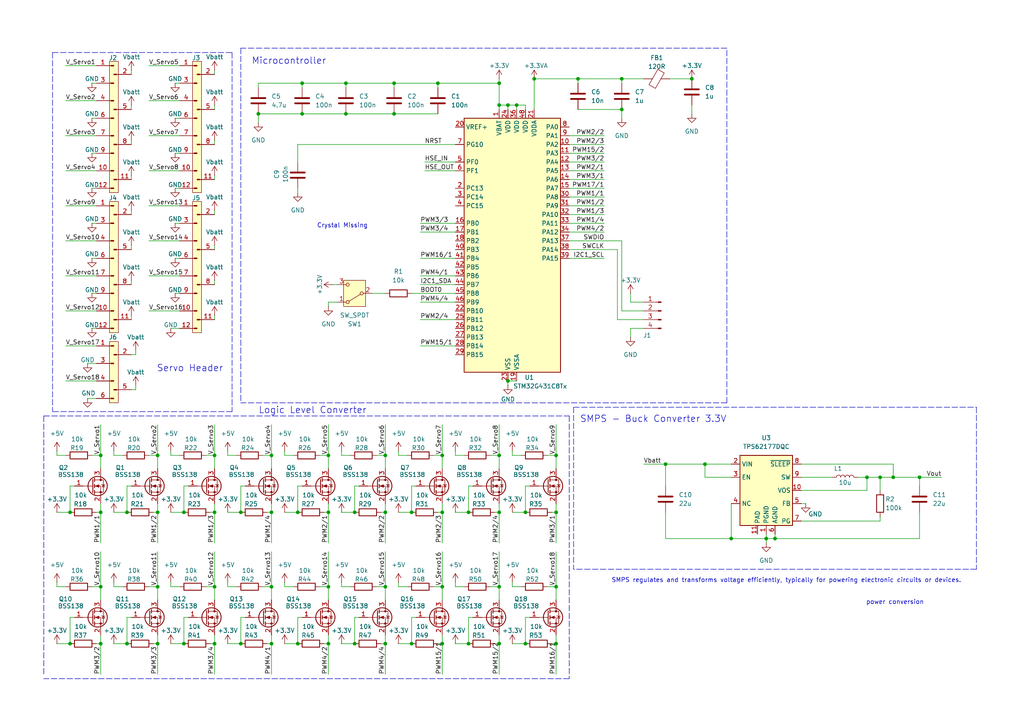
<source format=kicad_sch>
(kicad_sch (version 20231120) (generator "eeschema") (generator_version "8.0")
  (paper "A4")
  (junction (at 53.34 186.69))
  (junction (at 69.85 148.59))
  (junction (at 78.74 148.59))
  (junction (at 45.72 170.18))
  (junction (at 114.3 33.02))
  (junction (at 86.36 186.69))
  (junction (at 86.36 148.59))
  (junction (at 62.23 148.59))
  (junction (at 29.21 148.59))
  (junction (at 255.27 138.43))
  (junction (at 111.76 132.08))
  (junction (at 111.76 170.18))
  (junction (at 100.33 24.13))
  (junction (at 102.87 148.59))
  (junction (at 251.46 138.43))
  (junction (at 224.79 156.21))
  (junction (at 161.29 132.08))
  (junction (at 127 24.13))
  (junction (at 144.78 148.59))
  (junction (at 222.25 156.21))
  (junction (at 53.34 148.59))
  (junction (at 45.72 148.59))
  (junction (at 128.27 170.18))
  (junction (at 144.78 186.69))
  (junction (at 128.27 186.69))
  (junction (at 29.21 132.08))
  (junction (at 144.78 170.18))
  (junction (at 95.25 148.59))
  (junction (at 193.04 134.62))
  (junction (at 144.78 132.08))
  (junction (at 78.74 132.08))
  (junction (at 62.23 132.08))
  (junction (at 78.74 170.18))
  (junction (at 204.47 134.62))
  (junction (at 161.29 186.69))
  (junction (at 45.72 186.69))
  (junction (at 95.25 170.18))
  (junction (at 259.08 138.43))
  (junction (at 200.66 22.86))
  (junction (at 149.86 30.48))
  (junction (at 62.23 170.18))
  (junction (at 128.27 132.08))
  (junction (at 161.29 148.59))
  (junction (at 95.25 132.08))
  (junction (at 100.33 33.02))
  (junction (at 20.32 186.69))
  (junction (at 62.23 186.69))
  (junction (at 87.63 24.13))
  (junction (at 111.76 148.59))
  (junction (at 167.64 22.86))
  (junction (at 128.27 148.59))
  (junction (at 95.25 186.69))
  (junction (at 111.76 186.69))
  (junction (at 212.09 156.21))
  (junction (at 45.72 132.08))
  (junction (at 119.38 148.59))
  (junction (at 119.38 186.69))
  (junction (at 147.32 110.49))
  (junction (at 69.85 186.69))
  (junction (at 152.4 186.69))
  (junction (at 144.78 24.13))
  (junction (at 78.74 186.69))
  (junction (at 36.83 186.69))
  (junction (at 29.21 170.18))
  (junction (at 180.34 31.75))
  (junction (at 87.63 33.02))
  (junction (at 180.34 22.86))
  (junction (at 266.7 138.43))
  (junction (at 135.89 148.59))
  (junction (at 152.4 148.59))
  (junction (at 161.29 170.18))
  (junction (at 74.93 33.02))
  (junction (at 154.94 22.86))
  (junction (at 144.78 30.48))
  (junction (at 147.32 30.48))
  (junction (at 29.21 186.69))
  (junction (at 135.89 186.69))
  (junction (at 20.32 148.59))
  (junction (at 114.3 24.13))
  (junction (at 36.83 148.59))
  (junction (at 102.87 186.69))
  (wire (pts (xy 16.51 148.59) (xy 20.32 148.59)))
  (wire (pts (xy 16.51 186.69) (xy 20.32 186.69)))
  (wire (pts (xy 111.76 170.18) (xy 111.76 173.99)))
  (wire (pts (xy 26.67 44.45) (xy 27.94 44.45)))
  (wire (pts (xy 82.55 132.08) (xy 85.09 132.08)))
  (wire (pts (xy 123.19 46.99) (xy 132.08 46.99)))
  (wire (pts (xy 100.33 24.13) (xy 114.3 24.13)))
  (wire (pts (xy 76.2 132.08) (xy 78.74 132.08)))
  (wire (pts (xy 111.76 146.05) (xy 111.76 148.59)))
  (wire (pts (xy 60.96 148.59) (xy 62.23 148.59)))
  (wire (pts (xy 29.21 123.19) (xy 29.21 132.08)))
  (wire (pts (xy 43.18 49.53) (xy 52.07 49.53)))
  (polyline (pts (xy 210.82 116.84) (xy 69.85 116.84)) (stroke (width 0) (type dash)))
  (wire (pts (xy 43.18 170.18) (xy 45.72 170.18)))
  (wire (pts (xy 43.18 90.17) (xy 52.07 90.17)))
  (wire (pts (xy 62.23 186.69) (xy 62.23 195.58)))
  (wire (pts (xy 74.93 24.13) (xy 87.63 24.13)))
  (wire (pts (xy 76.2 170.18) (xy 78.74 170.18)))
  (wire (pts (xy 128.27 186.69) (xy 128.27 195.58)))
  (wire (pts (xy 165.1 67.31) (xy 175.26 67.31)))
  (wire (pts (xy 62.23 184.15) (xy 62.23 186.69)))
  (wire (pts (xy 29.21 170.18) (xy 29.21 173.99)))
  (wire (pts (xy 161.29 160.02) (xy 161.29 170.18)))
  (wire (pts (xy 43.18 29.21) (xy 52.07 29.21)))
  (wire (pts (xy 74.93 33.02) (xy 74.93 35.56)))
  (wire (pts (xy 78.74 184.15) (xy 78.74 186.69)))
  (wire (pts (xy 266.7 138.43) (xy 273.05 138.43)))
  (wire (pts (xy 45.72 146.05) (xy 45.72 148.59)))
  (wire (pts (xy 142.24 132.08) (xy 144.78 132.08)))
  (polyline (pts (xy 283.21 165.1) (xy 166.37 165.1)) (stroke (width 0) (type dash)))
  (polyline (pts (xy 165.1 196.85) (xy 12.7 196.85)) (stroke (width 0) (type dash)))
  (wire (pts (xy 132.08 130.81) (xy 132.08 132.08)))
  (wire (pts (xy 165.1 74.93) (xy 175.26 74.93)))
  (wire (pts (xy 62.23 146.05) (xy 62.23 148.59)))
  (wire (pts (xy 26.67 24.13) (xy 27.94 24.13)))
  (wire (pts (xy 19.05 19.05) (xy 27.94 19.05)))
  (wire (pts (xy 50.8 24.13) (xy 52.07 24.13)))
  (wire (pts (xy 95.25 148.59) (xy 95.25 157.48)))
  (wire (pts (xy 111.76 184.15) (xy 111.76 186.69)))
  (wire (pts (xy 99.06 130.81) (xy 99.06 132.08)))
  (wire (pts (xy 147.32 110.49) (xy 147.32 111.76)))
  (wire (pts (xy 204.47 134.62) (xy 212.09 134.62)))
  (wire (pts (xy 16.51 170.18) (xy 19.05 170.18)))
  (wire (pts (xy 158.75 132.08) (xy 161.29 132.08)))
  (wire (pts (xy 62.23 21.59) (xy 62.23 20.32)))
  (wire (pts (xy 104.14 179.07) (xy 102.87 179.07)))
  (wire (pts (xy 50.8 74.93) (xy 52.07 74.93)))
  (wire (pts (xy 96.52 82.55) (xy 97.79 82.55)))
  (wire (pts (xy 143.51 186.69) (xy 144.78 186.69)))
  (wire (pts (xy 99.06 186.69) (xy 102.87 186.69)))
  (wire (pts (xy 86.36 41.91) (xy 132.08 41.91)))
  (wire (pts (xy 144.78 30.48) (xy 144.78 31.75)))
  (wire (pts (xy 212.09 156.21) (xy 222.25 156.21)))
  (wire (pts (xy 33.02 132.08) (xy 35.56 132.08)))
  (wire (pts (xy 120.65 140.97) (xy 119.38 140.97)))
  (wire (pts (xy 161.29 132.08) (xy 161.29 135.89)))
  (wire (pts (xy 127 186.69) (xy 128.27 186.69)))
  (wire (pts (xy 19.05 90.17) (xy 27.94 90.17)))
  (wire (pts (xy 152.4 179.07) (xy 152.4 186.69)))
  (wire (pts (xy 132.08 148.59) (xy 135.89 148.59)))
  (wire (pts (xy 165.1 41.91) (xy 175.26 41.91)))
  (wire (pts (xy 66.04 148.59) (xy 69.85 148.59)))
  (wire (pts (xy 144.78 123.19) (xy 144.78 132.08)))
  (wire (pts (xy 121.92 100.33) (xy 132.08 100.33)))
  (wire (pts (xy 182.88 87.63) (xy 186.69 87.63)))
  (wire (pts (xy 82.55 170.18) (xy 85.09 170.18)))
  (wire (pts (xy 128.27 148.59) (xy 128.27 157.48)))
  (wire (pts (xy 86.36 179.07) (xy 86.36 186.69)))
  (wire (pts (xy 165.1 62.23) (xy 175.26 62.23)))
  (wire (pts (xy 114.3 33.02) (xy 127 33.02)))
  (wire (pts (xy 25.4 105.41) (xy 27.94 105.41)))
  (wire (pts (xy 194.31 22.86) (xy 200.66 22.86)))
  (wire (pts (xy 115.57 186.69) (xy 119.38 186.69)))
  (wire (pts (xy 54.61 179.07) (xy 53.34 179.07)))
  (polyline (pts (xy 166.37 118.11) (xy 166.37 165.1)) (stroke (width 0) (type dash)))
  (wire (pts (xy 26.67 170.18) (xy 29.21 170.18)))
  (wire (pts (xy 50.8 54.61) (xy 52.07 54.61)))
  (wire (pts (xy 144.78 184.15) (xy 144.78 186.69)))
  (wire (pts (xy 259.08 134.62) (xy 259.08 138.43)))
  (wire (pts (xy 186.69 95.25) (xy 182.88 95.25)))
  (wire (pts (xy 142.24 170.18) (xy 144.78 170.18)))
  (wire (pts (xy 148.59 130.81) (xy 148.59 132.08)))
  (wire (pts (xy 121.92 87.63) (xy 132.08 87.63)))
  (polyline (pts (xy 165.1 120.65) (xy 165.1 196.85)) (stroke (width 0) (type dash)))
  (wire (pts (xy 33.02 168.91) (xy 33.02 170.18)))
  (wire (pts (xy 165.1 52.07) (xy 175.26 52.07)))
  (wire (pts (xy 167.64 31.75) (xy 180.34 31.75)))
  (wire (pts (xy 49.53 132.08) (xy 52.07 132.08)))
  (wire (pts (xy 137.16 179.07) (xy 135.89 179.07)))
  (wire (pts (xy 20.32 140.97) (xy 20.32 148.59)))
  (wire (pts (xy 62.23 41.91) (xy 62.23 40.64)))
  (wire (pts (xy 38.1 82.55) (xy 38.1 81.28)))
  (wire (pts (xy 121.92 74.93) (xy 132.08 74.93)))
  (wire (pts (xy 69.85 140.97) (xy 69.85 148.59)))
  (wire (pts (xy 165.1 57.15) (xy 175.26 57.15)))
  (wire (pts (xy 115.57 168.91) (xy 115.57 170.18)))
  (polyline (pts (xy 67.31 119.38) (xy 15.24 119.38)) (stroke (width 0) (type dash)))
  (wire (pts (xy 147.32 30.48) (xy 149.86 30.48)))
  (wire (pts (xy 93.98 186.69) (xy 95.25 186.69)))
  (wire (pts (xy 53.34 179.07) (xy 53.34 186.69)))
  (wire (pts (xy 95.25 87.63) (xy 97.79 87.63)))
  (wire (pts (xy 86.36 140.97) (xy 86.36 148.59)))
  (wire (pts (xy 115.57 130.81) (xy 115.57 132.08)))
  (wire (pts (xy 95.25 88.9) (xy 95.25 87.63)))
  (wire (pts (xy 224.79 156.21) (xy 224.79 154.94)))
  (wire (pts (xy 99.06 168.91) (xy 99.06 170.18)))
  (wire (pts (xy 212.09 138.43) (xy 204.47 138.43)))
  (wire (pts (xy 20.32 179.07) (xy 20.32 186.69)))
  (wire (pts (xy 62.23 148.59) (xy 62.23 157.48)))
  (wire (pts (xy 62.23 123.19) (xy 62.23 132.08)))
  (wire (pts (xy 179.07 92.71) (xy 186.69 92.71)))
  (wire (pts (xy 69.85 179.07) (xy 69.85 186.69)))
  (wire (pts (xy 255.27 138.43) (xy 255.27 142.24)))
  (wire (pts (xy 50.8 44.45) (xy 52.07 44.45)))
  (wire (pts (xy 87.63 24.13) (xy 100.33 24.13)))
  (wire (pts (xy 44.45 148.59) (xy 45.72 148.59)))
  (polyline (pts (xy 12.7 120.65) (xy 165.1 120.65)) (stroke (width 0) (type dash)))
  (wire (pts (xy 149.86 30.48) (xy 152.4 30.48)))
  (wire (pts (xy 119.38 140.97) (xy 119.38 148.59)))
  (wire (pts (xy 144.78 146.05) (xy 144.78 148.59)))
  (wire (pts (xy 95.25 146.05) (xy 95.25 148.59)))
  (wire (pts (xy 43.18 132.08) (xy 45.72 132.08)))
  (wire (pts (xy 19.05 110.49) (xy 27.94 110.49)))
  (wire (pts (xy 49.53 186.69) (xy 53.34 186.69)))
  (wire (pts (xy 92.71 132.08) (xy 95.25 132.08)))
  (wire (pts (xy 43.18 39.37) (xy 52.07 39.37)))
  (wire (pts (xy 144.78 160.02) (xy 144.78 170.18)))
  (wire (pts (xy 127 148.59) (xy 128.27 148.59)))
  (wire (pts (xy 153.67 179.07) (xy 152.4 179.07)))
  (wire (pts (xy 59.69 170.18) (xy 62.23 170.18)))
  (wire (pts (xy 180.34 22.86) (xy 167.64 22.86)))
  (wire (pts (xy 38.1 52.07) (xy 38.1 50.8)))
  (polyline (pts (xy 12.7 120.65) (xy 12.7 195.58)) (stroke (width 0) (type dash)))
  (wire (pts (xy 49.53 130.81) (xy 49.53 132.08)))
  (wire (pts (xy 182.88 95.25) (xy 182.88 97.79)))
  (wire (pts (xy 143.51 148.59) (xy 144.78 148.59)))
  (wire (pts (xy 232.41 151.13) (xy 255.27 151.13)))
  (polyline (pts (xy 15.24 15.24) (xy 67.31 15.24)) (stroke (width 0) (type dash)))
  (wire (pts (xy 161.29 170.18) (xy 161.29 173.99)))
  (wire (pts (xy 54.61 140.97) (xy 53.34 140.97)))
  (wire (pts (xy 78.74 146.05) (xy 78.74 148.59)))
  (wire (pts (xy 21.59 179.07) (xy 20.32 179.07)))
  (wire (pts (xy 266.7 156.21) (xy 224.79 156.21)))
  (wire (pts (xy 27.94 148.59) (xy 29.21 148.59)))
  (polyline (pts (xy 210.82 116.84) (xy 210.82 13.97)) (stroke (width 0) (type dash)))
  (wire (pts (xy 222.25 156.21) (xy 222.25 157.48)))
  (wire (pts (xy 160.02 186.69) (xy 161.29 186.69)))
  (wire (pts (xy 180.34 90.17) (xy 180.34 69.85)))
  (wire (pts (xy 19.05 100.33) (xy 27.94 100.33)))
  (wire (pts (xy 95.25 123.19) (xy 95.25 132.08)))
  (wire (pts (xy 78.74 186.69) (xy 78.74 195.58)))
  (wire (pts (xy 154.94 22.86) (xy 154.94 31.75)))
  (wire (pts (xy 144.78 148.59) (xy 144.78 157.48)))
  (wire (pts (xy 255.27 138.43) (xy 259.08 138.43)))
  (wire (pts (xy 121.92 64.77) (xy 132.08 64.77)))
  (wire (pts (xy 33.02 148.59) (xy 36.83 148.59)))
  (wire (pts (xy 186.69 134.62) (xy 193.04 134.62)))
  (wire (pts (xy 78.74 148.59) (xy 78.74 157.48)))
  (wire (pts (xy 182.88 85.09) (xy 182.88 87.63)))
  (wire (pts (xy 43.18 19.05) (xy 52.07 19.05)))
  (polyline (pts (xy 67.31 15.24) (xy 67.31 119.38)) (stroke (width 0) (type dash)))
  (wire (pts (xy 82.55 168.91) (xy 82.55 170.18)))
  (wire (pts (xy 121.92 80.01) (xy 132.08 80.01)))
  (wire (pts (xy 135.89 140.97) (xy 135.89 148.59)))
  (wire (pts (xy 115.57 132.08) (xy 118.11 132.08)))
  (wire (pts (xy 38.1 179.07) (xy 36.83 179.07)))
  (wire (pts (xy 71.12 140.97) (xy 69.85 140.97)))
  (wire (pts (xy 19.05 59.69) (xy 27.94 59.69)))
  (wire (pts (xy 102.87 140.97) (xy 102.87 148.59)))
  (wire (pts (xy 66.04 132.08) (xy 68.58 132.08)))
  (wire (pts (xy 62.23 72.39) (xy 62.23 71.12)))
  (wire (pts (xy 43.18 69.85) (xy 52.07 69.85)))
  (wire (pts (xy 193.04 156.21) (xy 212.09 156.21)))
  (wire (pts (xy 87.63 179.07) (xy 86.36 179.07)))
  (wire (pts (xy 212.09 146.05) (xy 212.09 156.21)))
  (wire (pts (xy 44.45 186.69) (xy 45.72 186.69)))
  (wire (pts (xy 95.25 132.08) (xy 95.25 135.89)))
  (wire (pts (xy 152.4 140.97) (xy 152.4 148.59)))
  (wire (pts (xy 62.23 52.07) (xy 62.23 50.8)))
  (wire (pts (xy 92.71 170.18) (xy 95.25 170.18)))
  (wire (pts (xy 19.05 29.21) (xy 27.94 29.21)))
  (wire (pts (xy 121.92 82.55) (xy 132.08 82.55)))
  (wire (pts (xy 127 25.4) (xy 127 24.13)))
  (wire (pts (xy 255.27 151.13) (xy 255.27 149.86)))
  (wire (pts (xy 111.76 132.08) (xy 111.76 135.89)))
  (wire (pts (xy 180.34 22.86) (xy 186.69 22.86)))
  (wire (pts (xy 200.66 30.48) (xy 200.66 33.02)))
  (wire (pts (xy 107.95 85.09) (xy 111.76 85.09)))
  (wire (pts (xy 165.1 46.99) (xy 175.26 46.99)))
  (wire (pts (xy 165.1 59.69) (xy 175.26 59.69)))
  (wire (pts (xy 144.78 186.69) (xy 144.78 195.58)))
  (polyline (pts (xy 69.85 13.97) (xy 69.85 116.84)) (stroke (width 0) (type dash)))
  (wire (pts (xy 38.1 113.03) (xy 39.37 113.03)))
  (wire (pts (xy 33.02 170.18) (xy 35.56 170.18)))
  (wire (pts (xy 152.4 30.48) (xy 152.4 31.75)))
  (wire (pts (xy 60.96 186.69) (xy 62.23 186.69)))
  (wire (pts (xy 38.1 31.75) (xy 38.1 30.48)))
  (wire (pts (xy 111.76 123.19) (xy 111.76 132.08)))
  (wire (pts (xy 29.21 132.08) (xy 29.21 135.89)))
  (wire (pts (xy 74.93 33.02) (xy 87.63 33.02)))
  (wire (pts (xy 26.67 74.93) (xy 27.94 74.93)))
  (wire (pts (xy 102.87 179.07) (xy 102.87 186.69)))
  (wire (pts (xy 160.02 148.59) (xy 161.29 148.59)))
  (wire (pts (xy 50.8 85.09) (xy 52.07 85.09)))
  (wire (pts (xy 109.22 170.18) (xy 111.76 170.18)))
  (wire (pts (xy 45.72 132.08) (xy 45.72 135.89)))
  (wire (pts (xy 180.34 31.75) (xy 180.34 30.48)))
  (wire (pts (xy 45.72 160.02) (xy 45.72 170.18)))
  (wire (pts (xy 144.78 170.18) (xy 144.78 173.99)))
  (wire (pts (xy 38.1 92.71) (xy 38.1 91.44)))
  (wire (pts (xy 165.1 69.85) (xy 180.34 69.85)))
  (wire (pts (xy 148.59 132.08) (xy 151.13 132.08)))
  (wire (pts (xy 165.1 49.53) (xy 175.26 49.53)))
  (wire (pts (xy 74.93 25.4) (xy 74.93 24.13)))
  (wire (pts (xy 43.18 80.01) (xy 52.07 80.01)))
  (wire (pts (xy 132.08 186.69) (xy 135.89 186.69)))
  (wire (pts (xy 82.55 130.81) (xy 82.55 132.08)))
  (wire (pts (xy 39.37 113.03) (xy 39.37 111.76)))
  (wire (pts (xy 165.1 64.77) (xy 175.26 64.77)))
  (wire (pts (xy 132.08 132.08) (xy 134.62 132.08)))
  (wire (pts (xy 148.59 186.69) (xy 152.4 186.69)))
  (wire (pts (xy 45.72 184.15) (xy 45.72 186.69)))
  (wire (pts (xy 95.25 160.02) (xy 95.25 170.18)))
  (wire (pts (xy 251.46 142.24) (xy 251.46 138.43)))
  (wire (pts (xy 99.06 148.59) (xy 102.87 148.59)))
  (wire (pts (xy 19.05 80.01) (xy 27.94 80.01)))
  (wire (pts (xy 165.1 54.61) (xy 175.26 54.61)))
  (wire (pts (xy 161.29 186.69) (xy 161.29 195.58)))
  (wire (pts (xy 25.4 115.57) (xy 27.94 115.57)))
  (wire (pts (xy 120.65 179.07) (xy 119.38 179.07)))
  (wire (pts (xy 266.7 138.43) (xy 266.7 140.97)))
  (wire (pts (xy 38.1 21.59) (xy 38.1 20.32)))
  (wire (pts (xy 29.21 146.05) (xy 29.21 148.59)))
  (wire (pts (xy 266.7 148.59) (xy 266.7 156.21)))
  (wire (pts (xy 29.21 160.02) (xy 29.21 170.18)))
  (wire (pts (xy 26.67 64.77) (xy 27.94 64.77)))
  (wire (pts (xy 148.59 148.59) (xy 152.4 148.59)))
  (wire (pts (xy 71.12 179.07) (xy 69.85 179.07)))
  (wire (pts (xy 251.46 138.43) (xy 255.27 138.43)))
  (wire (pts (xy 125.73 170.18) (xy 128.27 170.18)))
  (wire (pts (xy 87.63 33.02) (xy 100.33 33.02)))
  (wire (pts (xy 128.27 146.05) (xy 128.27 148.59)))
  (wire (pts (xy 109.22 132.08) (xy 111.76 132.08)))
  (wire (pts (xy 77.47 186.69) (xy 78.74 186.69)))
  (wire (pts (xy 78.74 170.18) (xy 78.74 173.99)))
  (wire (pts (xy 82.55 186.69) (xy 86.36 186.69)))
  (wire (pts (xy 100.33 24.13) (xy 100.33 25.4)))
  (wire (pts (xy 128.27 170.18) (xy 128.27 173.99)))
  (wire (pts (xy 16.51 132.08) (xy 19.05 132.08)))
  (wire (pts (xy 121.92 67.31) (xy 132.08 67.31)))
  (wire (pts (xy 180.34 24.13) (xy 180.34 22.86)))
  (wire (pts (xy 114.3 24.13) (xy 114.3 25.4)))
  (wire (pts (xy 26.67 95.25) (xy 27.94 95.25)))
  (wire (pts (xy 128.27 132.08) (xy 128.27 135.89)))
  (wire (pts (xy 144.78 132.08) (xy 144.78 135.89)))
  (wire (pts (xy 50.8 34.29) (xy 52.07 34.29)))
  (wire (pts (xy 111.76 160.02) (xy 111.76 170.18)))
  (wire (pts (xy 45.72 186.69) (xy 45.72 195.58)))
  (wire (pts (xy 167.64 22.86) (xy 154.94 22.86)))
  (wire (pts (xy 95.25 170.18) (xy 95.25 173.99)))
  (wire (pts (xy 29.21 184.15) (xy 29.21 186.69)))
  (wire (pts (xy 19.05 39.37) (xy 27.94 39.37)))
  (wire (pts (xy 99.06 170.18) (xy 101.6 170.18)))
  (wire (pts (xy 165.1 44.45) (xy 175.26 44.45)))
  (wire (pts (xy 38.1 140.97) (xy 36.83 140.97)))
  (wire (pts (xy 222.25 156.21) (xy 222.25 154.94)))
  (wire (pts (xy 110.49 148.59) (xy 111.76 148.59)))
  (wire (pts (xy 33.02 130.81) (xy 33.02 132.08)))
  (wire (pts (xy 49.53 148.59) (xy 53.34 148.59)))
  (wire (pts (xy 147.32 30.48) (xy 147.32 31.75)))
  (wire (pts (xy 259.08 138.43) (xy 266.7 138.43)))
  (wire (pts (xy 232.41 146.05) (xy 233.68 146.05)))
  (wire (pts (xy 87.63 24.13) (xy 87.63 25.4)))
  (wire (pts (xy 127 24.13) (xy 144.78 24.13)))
  (wire (pts (xy 62.23 82.55) (xy 62.23 81.28)))
  (wire (pts (xy 49.53 95.25) (xy 52.07 95.25)))
  (wire (pts (xy 99.06 132.08) (xy 101.6 132.08)))
  (polyline (pts (xy 283.21 118.11) (xy 283.21 165.1)) (stroke (width 0) (type dash)))
  (wire (pts (xy 29.21 186.69) (xy 29.21 195.58)))
  (wire (pts (xy 62.23 31.75) (xy 62.23 30.48)))
  (polyline (pts (xy 210.82 13.97) (xy 69.85 13.97)) (stroke (width 0) (type dash)))
  (wire (pts (xy 95.25 186.69) (xy 95.25 195.58)))
  (wire (pts (xy 161.29 148.59) (xy 161.29 157.48)))
  (wire (pts (xy 26.67 54.61) (xy 27.94 54.61)))
  (wire (pts (xy 135.89 179.07) (xy 135.89 186.69)))
  (wire (pts (xy 62.23 62.23) (xy 62.23 60.96)))
  (wire (pts (xy 87.63 140.97) (xy 86.36 140.97)))
  (wire (pts (xy 119.38 179.07) (xy 119.38 186.69)))
  (wire (pts (xy 66.04 130.81) (xy 66.04 132.08)))
  (wire (pts (xy 38.1 41.91) (xy 38.1 40.64)))
  (wire (pts (xy 121.92 92.71) (xy 132.08 92.71)))
  (wire (pts (xy 16.51 168.91) (xy 16.51 170.18)))
  (wire (pts (xy 161.29 146.05) (xy 161.29 148.59)))
  (wire (pts (xy 62.23 92.71) (xy 62.23 91.44)))
  (wire (pts (xy 45.72 148.59) (xy 45.72 157.48)))
  (wire (pts (xy 93.98 148.59) (xy 95.25 148.59)))
  (wire (pts (xy 33.02 186.69) (xy 36.83 186.69)))
  (wire (pts (xy 45.72 170.18) (xy 45.72 173.99)))
  (wire (pts (xy 167.64 22.86) (xy 167.64 24.13)))
  (wire (pts (xy 53.34 140.97) (xy 53.34 148.59)))
  (wire (pts (xy 77.47 148.59) (xy 78.74 148.59)))
  (wire (pts (xy 115.57 148.59) (xy 119.38 148.59)))
  (wire (pts (xy 59.69 132.08) (xy 62.23 132.08)))
  (wire (pts (xy 38.1 62.23) (xy 38.1 60.96)))
  (wire (pts (xy 49.53 170.18) (xy 52.07 170.18)))
  (wire (pts (xy 132.08 170.18) (xy 134.62 170.18)))
  (wire (pts (xy 114.3 24.13) (xy 127 24.13)))
  (wire (pts (xy 26.67 132.08) (xy 29.21 132.08)))
  (wire (pts (xy 66.04 170.18) (xy 68.58 170.18)))
  (wire (pts (xy 110.49 186.69) (xy 111.76 186.69)))
  (wire (pts (xy 36.83 140.97) (xy 36.83 148.59)))
  (wire (pts (xy 104.14 140.97) (xy 102.87 140.97)))
  (wire (pts (xy 19.05 69.85) (xy 27.94 69.85)))
  (wire (pts (xy 204.47 138.43) (xy 204.47 134.62)))
  (wire (pts (xy 148.59 170.18) (xy 151.13 170.18)))
  (polyline (pts (xy 15.24 15.24) (xy 15.24 119.38)) (stroke (width 0) (type dash)))
  (wire (pts (xy 78.74 123.19) (xy 78.74 132.08)))
  (wire (pts (xy 50.8 64.77) (xy 52.07 64.77)))
  (wire (pts (xy 45.72 123.19) (xy 45.72 132.08)))
  (wire (pts (xy 111.76 148.59) (xy 111.76 157.48)))
  (wire (pts (xy 193.04 134.62) (xy 193.04 140.97)))
  (wire (pts (xy 137.16 140.97) (xy 135.89 140.97)))
  (wire (pts (xy 153.67 140.97) (xy 152.4 140.97)))
  (wire (pts (xy 38.1 102.87) (xy 39.37 102.87)))
  (wire (pts (xy 95.25 184.15) (xy 95.25 186.69)))
  (wire (pts (xy 27.94 186.69) (xy 29.21 186.69)))
  (wire (pts (xy 232.41 138.43) (xy 241.3 138.43)))
  (wire (pts (xy 36.83 179.07) (xy 36.83 186.69)))
  (wire (pts (xy 86.36 54.61) (xy 86.36 55.88)))
  (wire (pts (xy 119.38 85.09) (xy 132.08 85.09)))
  (wire (pts (xy 128.27 184.15) (xy 128.27 186.69)))
  (wire (pts (xy 78.74 160.02) (xy 78.74 170.18)))
  (wire (pts (xy 132.08 168.91) (xy 132.08 170.18)))
  (wire (pts (xy 43.18 59.69) (xy 52.07 59.69)))
  (wire (pts (xy 49.53 168.91) (xy 49.53 170.18)))
  (wire (pts (xy 111.76 186.69) (xy 111.76 195.58)))
  (wire (pts (xy 248.92 138.43) (xy 251.46 138.43)))
  (wire (pts (xy 158.75 170.18) (xy 161.29 170.18)))
  (wire (pts (xy 38.1 72.39) (xy 38.1 71.12)))
  (wire (pts (xy 66.04 186.69) (xy 69.85 186.69)))
  (wire (pts (xy 66.04 168.91) (xy 66.04 170.18)))
  (wire (pts (xy 62.23 160.02) (xy 62.23 170.18)))
  (wire (pts (xy 16.51 130.81) (xy 16.51 132.08)))
  (wire (pts (xy 144.78 30.48) (xy 147.32 30.48)))
  (wire (pts (xy 78.74 132.08) (xy 78.74 135.89)))
  (wire (pts (xy 165.1 39.37) (xy 175.26 39.37)))
  (polyline (pts (xy 166.37 118.11) (xy 283.21 118.11)) (stroke (width 0) (type dash)))
  (wire (pts (xy 165.1 72.39) (xy 179.07 72.39)))
  (wire (pts (xy 26.67 85.09) (xy 27.94 85.09)))
  (wire (pts (xy 86.36 41.91) (xy 86.36 46.99)))
  (wire (pts (xy 232.41 134.62) (xy 259.08 134.62)))
  (wire (pts (xy 128.27 160.02) (xy 128.27 170.18)))
  (wire (pts (xy 144.78 24.13) (xy 144.78 22.86)))
  (wire (pts (xy 19.05 49.53) (xy 27.94 49.53)))
  (wire (pts (xy 100.33 33.02) (xy 114.3 33.02)))
  (wire (pts (xy 21.59 140.97) (xy 20.32 140.97)))
  (wire (pts (xy 29.21 148.59) (xy 29.21 157.48)))
  (wire (pts (xy 193.04 148.59) (xy 193.04 156.21)))
  (wire (pts (xy 62.23 132.08) (xy 62.23 135.89)))
  (wire (pts (xy 222.25 156.21) (xy 224.79 156.21)))
  (wire (pts (xy 115.57 170.18) (xy 118.11 170.18)))
  (wire (pts (xy 161.29 123.19) (xy 161.29 132.08)))
  (wire (pts (xy 147.32 110.49) (xy 149.86 110.49)))
  (wire (pts (xy 39.37 102.87) (xy 39.37 101.6)))
  (wire (pts (xy 180.34 34.29) (xy 180.34 31.75)))
  (wire (pts (xy 62.23 170.18) (xy 62.23 173.99)))
  (wire (pts (xy 125.73 132.08) (xy 128.27 132.08)))
  (wire (pts (xy 180.34 90.17) (xy 186.69 90.17)))
  (wire (pts (xy 149.86 30.48) (xy 149.86 31.75)))
  (wire (pts (xy 123.19 49.53) (xy 132.08 49.53)))
  (wire (pts (xy 128.27 123.19) (xy 128.27 132.08)))
  (wire (pts (xy 179.07 92.71) (xy 179.07 72.39)))
  (wire (pts (xy 144.78 24.13) (xy 144.78 30.48)))
  (wire (pts (xy 161.29 184.15) (xy 161.29 186.69)))
  (wire (pts (xy 82.55 148.59) (xy 86.36 148.59)))
  (wire (pts (xy 232.41 142.24) (xy 251.46 142.24)))
  (wire (pts (xy 148.59 168.91) (xy 148.59 170.18)))
  (wire (pts (xy 26.67 34.29) (xy 27.94 34.29)))
  (wire (pts (xy 193.04 134.62) (xy 204.47 134.62)))
  (text "SMPS regulates and transforms voltage efficiently, typically for powering electronic circuits or devices." (at 228.092 168.402 0) (effects (font (size 1.27 1.27))))
  (text "Servo Header\n" (at 55.118 106.934 0) (effects (font (size 1.905 1.905))))
  (text "Logic Level Converter\n\n\n\n" (at 90.678 123.698 0) (effects (font (size 1.905 1.905))))
  (text "power conversion" (at 259.588 174.752 0) (effects (font (size 1.27 1.27))))
  (text "SMPS - Buck Converter 3.3V\n\n\n" (at 189.484 124.714 0) (effects (font (size 1.905 1.905))))
  (text "Crystal Missing\n\n" (at 99.314 66.548 0) (effects (font (size 1.27 1.27))))
  (text "Microcontroller\n" (at 83.82 17.78 0) (effects (font (size 1.905 1.905))))
  (label "V_Servo2" (at 45.72 123.19 270))
  (label "HSE_OUT" (at 123.19 49.53 0))
  (label "V_Servo17" (at 19.05 100.33 0))
  (label "V_Servo15" (at 43.18 80.01 0))
  (label "V_Servo4" (at 78.74 123.19 270))
  (label "V_Servo3" (at 62.23 123.19 270))
  (label "PWM15{slash}2" (at 175.26 44.45 180))
  (label "V_Servo14" (at 43.18 69.85 0))
  (label "PWM2{slash}2" (at 175.26 39.37 180))
  (label "PWM4{slash}2" (at 95.25 195.58 90))
  (label "PWM3{slash}3" (at 45.72 195.58 90))
  (label "V_Servo9" (at 161.29 123.19 270))
  (label "V_Servo15" (at 111.76 160.02 270))
  (label "V_Servo17" (at 144.78 160.02 270))
  (label "PWM1{slash}2" (at 45.72 157.48 90))
  (label "V_Servo7" (at 128.27 123.19 270))
  (label "V_Servo18" (at 161.29 160.02 270))
  (label "PWM15{slash}2" (at 144.78 195.58 90))
  (label "PWM3{slash}2" (at 29.21 195.58 90))
  (label "V_Servo14" (at 95.25 160.02 270))
  (label "Vbatt" (at 186.69 134.62 0))
  (label "PWM1{slash}1" (at 175.26 57.15 180))
  (label "PWM1{slash}4" (at 175.26 64.77 180))
  (label "V_Servo16" (at 128.27 160.02 270))
  (label "V_Servo6" (at 111.76 123.19 270))
  (label "PWM2{slash}3" (at 175.26 41.91 180))
  (label "PWM2{slash}2" (at 111.76 157.48 90))
  (label "NRST" (at 123.19 41.91 0))
  (label "SWDIO" (at 175.26 69.85 180))
  (label "PWM4{slash}4" (at 121.92 87.63 0))
  (label "PWM3{slash}1" (at 161.29 157.48 90))
  (label "PWM1{slash}3" (at 62.23 157.48 90))
  (label "PWM1{slash}2" (at 175.26 59.69 180))
  (label "BOOT0" (at 121.92 85.09 0))
  (label "V_Servo6" (at 43.18 29.21 0))
  (label "V_Servo1" (at 19.05 19.05 0))
  (label "V_Servo9" (at 19.05 59.69 0))
  (label "V_Servo11" (at 19.05 80.01 0))
  (label "HSE_IN" (at 123.19 46.99 0))
  (label "V_Servo12" (at 19.05 90.17 0))
  (label "PWM1{slash}1" (at 29.21 157.48 90))
  (label "PWM2{slash}1" (at 95.25 157.48 90))
  (label "PWM17{slash}1" (at 175.26 54.61 180))
  (label "PWM4{slash}1" (at 121.92 80.01 0))
  (label "PWM4{slash}2" (at 175.26 67.31 180))
  (label "V_Servo8" (at 43.18 49.53 0))
  (label "V_Servo2" (at 19.05 29.21 0))
  (label "PWM3{slash}3" (at 121.92 64.77 0))
  (label "V_Servo12" (at 62.23 160.02 270))
  (label "PWM3{slash}1" (at 175.26 52.07 180))
  (label "V_Servo3" (at 19.05 39.37 0))
  (label "V_Servo8" (at 144.78 123.19 270))
  (label "PWM2{slash}1" (at 175.26 49.53 180))
  (label "V_Servo16" (at 43.18 90.17 0))
  (label "PWM2{slash}3" (at 128.27 157.48 90))
  (label "PWM4{slash}1" (at 78.74 195.58 90))
  (label "PWM1{slash}4" (at 78.74 157.48 90))
  (label "PWM3{slash}4" (at 121.92 67.31 0))
  (label "I2C1_SCL" (at 175.26 74.93 180))
  (label "V_Servo13" (at 78.74 160.02 270))
  (label "PWM3{slash}4" (at 62.23 195.58 90))
  (label "PWM4{slash}4" (at 111.76 195.58 90))
  (label "PWM2{slash}4" (at 121.92 92.71 0))
  (label "PWM2{slash}4" (at 144.78 157.48 90))
  (label "V_Servo10" (at 29.21 160.02 270))
  (label "V_Servo7" (at 43.18 39.37 0))
  (label "PWM16{slash}1" (at 161.29 195.58 90))
  (label "V_Servo10" (at 19.05 69.85 0))
  (label "SWCLK" (at 175.26 72.39 180))
  (label "PWM3{slash}2" (at 175.26 46.99 180))
  (label "PWM15{slash}1" (at 128.27 195.58 90))
  (label "Vout" (at 273.05 138.43 180))
  (label "V_Servo4" (at 19.05 49.53 0))
  (label "V_Servo1" (at 29.21 123.19 270))
  (label "V_Servo13" (at 43.18 59.69 0))
  (label "V_Servo5" (at 95.25 123.19 270))
  (label "PWM1{slash}3" (at 175.26 62.23 180))
  (label "V_Servo18" (at 19.05 110.49 0))
  (label "PWM15{slash}1" (at 121.92 100.33 0))
  (label "PWM16{slash}1" (at 121.92 74.93 0))
  (label "V_Servo5" (at 43.18 19.05 0))
  (label "V_Servo11" (at 45.72 160.02 270))
  (label "I2C1_SDA" (at 121.92 82.55 0))
  (symbol (lib_id "power:+3.3V") (at 33.02 148.59 0) (mirror y) (unit 1)
    (property "Reference" "#PWR048" (effects (hide yes)))
    (property "Value" "+3.3V" (at 33.02 144.78 0))
    (property "Description" "Power symbol creates a global label with name \"+3.3V\"" (effects (hide yes)))
  )
  (symbol (lib_id "Transistor_FET:BSS138") (at 43.18 140.97 0) (unit 1)
    (property "Reference" "Q1" (at 33.528 135.6361 0) (effects (justify left)))
    (property "Value" "BSS138" (at 33.274 137.668 0) (effects (justify left)))
    (property "Footprint" "Package_TO_SOT_SMD:SOT-23" (effects (hide yes)))
    (property "Datasheet" "https://www.onsemi.com/pub/Collateral/BSS138-D.PDF" (effects (hide yes)))
    (property "Description" "50V Vds, 0.22A Id, N-Channel MOSFET, SOT-23" (effects (hide yes)))
  )
  (symbol (lib_id "Device:R") (at 121.92 170.18 270) (mirror x) (unit 1)
    (property "Reference" "R48" (at 123.317 168.021 90) (effects (justify right)))
    (property "Value" "10k" (at 123.317 165.481 90) (effects (justify right)))
    (property "Description" "Resistor" (effects (hide yes)))
  )
  (symbol (lib_id "power:+9V") (at 148.59 168.91 0) (mirror y) (unit 1)
    (property "Reference" "#PWR079" (effects (hide yes)))
    (property "Value" "+5V" (at 148.59 163.83 0))
    (property "Description" "Power symbol creates a global label with name \"+9V\"" (effects (hide yes)))
  )
  (symbol (lib_id "power:GND") (at 50.8 34.29 0) (unit 1)
    (property "Reference" "#PWR014" (effects (hide yes)))
    (property "Value" "GND" (at 50.8 33.02 0))
    (property "Description" "Power symbol creates a global label with name \"GND\" , ground" (effects (hide yes)))
  )
  (symbol (lib_id "power:+3.3V") (at 33.02 186.69 0) (mirror y) (unit 1)
    (property "Reference" "#PWR066" (effects (hide yes)))
    (property "Value" "+3.3V" (at 33.02 182.88 0))
    (property "Description" "Power symbol creates a global label with name \"+3.3V\"" (effects (hide yes)))
  )
  (symbol (lib_id "Device:FerriteBead") (at 190.5 22.86 90) (unit 1)
    (property "Reference" "FB1" (at 190.5 16.764 90))
    (property "Value" "120R" (at 190.5 19.304 90))
    (property "Description" "Ferrite bead" (effects (hide yes)))
  )
  (symbol (lib_id "Transistor_FET:BSS138") (at 158.75 140.97 0) (unit 1)
    (property "Reference" "Q9" (at 149.098 135.6361 0) (effects (justify left)))
    (property "Value" "BSS138" (at 148.844 137.668 0) (effects (justify left)))
    (property "Footprint" "Package_TO_SOT_SMD:SOT-23" (effects (hide yes)))
    (property "Datasheet" "https://www.onsemi.com/pub/Collateral/BSS138-D.PDF" (effects (hide yes)))
    (property "Description" "50V Vds, 0.22A Id, N-Channel MOSFET, SOT-23" (effects (hide yes)))
  )
  (symbol (lib_id "Device:C") (at 87.63 29.21 0) (unit 1)
    (property "Reference" "C4" (at 91.44 27.9399 0) (effects (justify left)))
    (property "Value" "100n" (at 91.44 30.4799 0) (effects (justify left)))
    (property "Description" "Unpolarized capacitor" (effects (hide yes)))
  )
  (symbol (lib_id "Device:L") (at 245.11 138.43 90) (unit 1)
    (property "Reference" "L1" (at 243.078 135.89 90))
    (property "Value" "10u" (at 245.11 139.954 90))
    (property "Description" "Inductor" (effects (hide yes)))
  )
  (symbol (lib_id "Device:R") (at 57.15 186.69 270) (mirror x) (unit 1)
    (property "Reference" "R41" (at 58.293 184.277 90) (effects (justify right)))
    (property "Value" "10k" (at 58.293 181.737 90) (effects (justify right)))
    (property "Description" "Resistor" (effects (hide yes)))
  )
  (symbol (lib_id "power:+9V") (at 49.53 130.81 0) (mirror y) (unit 1)
    (property "Reference" "#PWR049" (effects (hide yes)))
    (property "Value" "+5V" (at 49.53 125.73 0))
    (property "Description" "Power symbol creates a global label with name \"+9V\"" (effects (hide yes)))
  )
  (symbol (lib_id "Device:C") (at 86.36 50.8 180) (unit 1)
    (property "Reference" "C9" (at 80.264 50.546 90))
    (property "Value" "100n" (at 82.804 50.546 90))
    (property "Description" "Unpolarized capacitor" (effects (hide yes)))
  )
  (symbol (lib_id "Device:R") (at 105.41 170.18 270) (mirror x) (unit 1)
    (property "Reference" "R46" (at 106.807 168.021 90) (effects (justify right)))
    (property "Value" "10k" (at 106.807 165.481 90) (effects (justify right)))
    (property "Description" "Resistor" (effects (hide yes)))
  )
  (symbol (lib_id "power:+3.3V") (at 39.37 111.76 0) (unit 1)
    (property "Reference" "#PWR083" (effects (hide yes)))
    (property "Value" "Vbatt" (at 39.37 107.95 0))
    (property "Description" "Power symbol creates a global label with name \"+3.3V\"" (effects (hide yes)))
  )
  (symbol (lib_id "Device:R") (at 22.86 132.08 270) (mirror x) (unit 1)
    (property "Reference" "R19" (at 24.257 129.921 90) (effects (justify right)))
    (property "Value" "10k" (at 24.257 127.381 90) (effects (justify right)))
    (property "Description" "Resistor" (effects (hide yes)))
  )
  (symbol (lib_id "Device:R") (at 105.41 132.08 270) (mirror x) (unit 1)
    (property "Reference" "R28" (at 106.807 129.921 90) (effects (justify right)))
    (property "Value" "10k" (at 106.807 127.381 90) (effects (justify right)))
    (property "Description" "Resistor" (effects (hide yes)))
  )
  (symbol (lib_id "power:+3.3V") (at 99.06 186.69 0) (mirror y) (unit 1)
    (property "Reference" "#PWR074" (effects (hide yes)))
    (property "Value" "+3.3V" (at 99.06 182.88 0))
    (property "Description" "Power symbol creates a global label with name \"+3.3V\"" (effects (hide yes)))
  )
  (symbol (lib_id "Device:R") (at 90.17 148.59 270) (mirror x) (unit 1)
    (property "Reference" "R27" (at 91.313 146.177 90) (effects (justify right)))
    (property "Value" "10k" (at 91.313 143.637 90) (effects (justify right)))
    (property "Description" "Resistor" (effects (hide yes)))
  )
  (symbol (lib_name "TPS62177DQC_1") (lib_id "Regulator_Switching:TPS62177DQC") (at 222.25 142.24 0) (unit 1)
    (property "Reference" "U3" (at 222.25 127 0))
    (property "Value" "TPS62177DQC" (at 222.25 129.54 0))
    (property "Footprint" "Package_SON:WSON-10-1EP_2x3mm_P0.5mm_EP0.84x2.4mm_ThermalVias" (effects (hide yes)))
    (property "Datasheet" "http://www.ti.com/lit/ds/symlink/tps62177.pdf" (effects (hide yes)))
    (property "Description" "500mA Step-Down Converter with Sleep Mode, fixed 3.3V Output Voltage, 4.75-28V input voltage, WSON-10" (effects (hide yes)))
  )
  (symbol (lib_id "power:GND") (at 50.8 74.93 0) (unit 1)
    (property "Reference" "#PWR039" (effects (hide yes)))
    (property "Value" "GND" (at 50.8 73.66 0))
    (property "Description" "Power symbol creates a global label with name \"GND\" , ground" (effects (hide yes)))
  )
  (symbol (lib_id "Device:R") (at 88.9 132.08 270) (mirror x) (unit 1)
    (property "Reference" "R26" (at 90.297 129.921 90) (effects (justify right)))
    (property "Value" "10k" (at 90.297 127.381 90) (effects (justify right)))
    (property "Description" "Resistor" (effects (hide yes)))
  )
  (symbol (lib_id "power:+3.3V") (at 115.57 186.69 0) (mirror y) (unit 1)
    (property "Reference" "#PWR076" (effects (hide yes)))
    (property "Value" "+3.3V" (at 115.57 182.88 0))
    (property "Description" "Power symbol creates a global label with name \"+3.3V\"" (effects (hide yes)))
  )
  (symbol (lib_id "Device:R") (at 40.64 148.59 270) (mirror x) (unit 1)
    (property "Reference" "R21" (at 41.783 146.177 90) (effects (justify right)))
    (property "Value" "10k" (at 41.783 143.637 90) (effects (justify right)))
    (property "Description" "Resistor" (effects (hide yes)))
  )
  (symbol (lib_id "power:GND") (at 50.8 24.13 0) (unit 1)
    (property "Reference" "#PWR013" (effects (hide yes)))
    (property "Value" "GND" (at 50.8 22.86 0))
    (property "Description" "Power symbol creates a global label with name \"GND\" , ground" (effects (hide yes)))
  )
  (symbol (lib_id "power:+3.3V") (at 38.1 20.32 0) (unit 1)
    (property "Reference" "#PWR029" (effects (hide yes)))
    (property "Value" "Vbatt" (at 38.1 16.51 0))
    (property "Description" "Power symbol creates a global label with name \"+3.3V\"" (effects (hide yes)))
  )
  (symbol (lib_id "power:GND") (at 180.34 34.29 0) (unit 1)
    (property "Reference" "#PWR05" (effects (hide yes)))
    (property "Value" "GND" (at 180.34 39.37 0))
    (property "Description" "Power symbol creates a global label with name \"GND\" , ground" (effects (hide yes)))
  )
  (symbol (lib_id "power:+9V") (at 66.04 130.81 0) (mirror y) (unit 1)
    (property "Reference" "#PWR051" (effects (hide yes)))
    (property "Value" "+5V" (at 66.04 125.73 0))
    (property "Description" "Power symbol creates a global label with name \"+9V\"" (effects (hide yes)))
  )
  (symbol (lib_name "Conn_01x03_Pin_3") (lib_id "Connector:Conn_01x03_Pin") (at 68.58 73.66 0) (unit 1)
    (property "Reference" "J5" (at 56.896 57.404 0))
    (property "Value" "Conn_01x12_seperated" (effects (hide yes)))
    (property "Description" "Generic connector, single row, 03pinsx4times , script generated" (effects (hide yes)))
  )
  (symbol (lib_id "Connector:Conn_01x04_Pin") (at 191.77 90.17 0) (mirror y) (unit 1)
    (property "Reference" "J1" (at 187.706 97.282 0))
    (property "Value" "Conn_01x04_Pin" (effects (hide yes)))
    (property "Description" "Generic connector, single row, 01x04, script generated" (effects (hide yes)))
  )
  (symbol (lib_id "power:+9V") (at 49.53 168.91 0) (mirror y) (unit 1)
    (property "Reference" "#PWR067" (effects (hide yes)))
    (property "Value" "+5V" (at 49.53 163.83 0))
    (property "Description" "Power symbol creates a global label with name \"+9V\"" (effects (hide yes)))
  )
  (symbol (lib_id "Device:R") (at 57.15 148.59 270) (mirror x) (unit 1)
    (property "Reference" "R23" (at 58.293 146.177 90) (effects (justify right)))
    (property "Value" "10k" (at 58.293 143.637 90) (effects (justify right)))
    (property "Description" "Resistor" (effects (hide yes)))
  )
  (symbol (lib_id "Device:R") (at 106.68 186.69 270) (mirror x) (unit 1)
    (property "Reference" "R47" (at 107.823 184.277 90) (effects (justify right)))
    (property "Value" "10k" (at 107.823 181.737 90) (effects (justify right)))
    (property "Description" "Resistor" (effects (hide yes)))
  )
  (symbol (lib_id "power:+9V") (at 33.02 168.91 0) (mirror y) (unit 1)
    (property "Reference" "#PWR065" (effects (hide yes)))
    (property "Value" "+5V" (at 33.02 163.83 0))
    (property "Description" "Power symbol creates a global label with name \"+9V\"" (effects (hide yes)))
  )
  (symbol (lib_id "power:GND") (at 233.68 146.05 0) (unit 1)
    (property "Reference" "#PWR086" (effects (hide yes)))
    (property "Value" "GND" (at 236.474 149.098 0))
    (property "Description" "Power symbol creates a global label with name \"GND\" , ground" (effects (hide yes)))
  )
  (symbol (lib_id "power:+3.3V") (at 62.23 71.12 0) (unit 1)
    (property "Reference" "#PWR043" (effects (hide yes)))
    (property "Value" "Vbatt" (at 62.23 67.31 0))
    (property "Description" "Power symbol creates a global label with name \"+3.3V\"" (effects (hide yes)))
  )
  (symbol (lib_id "power:GND") (at 26.67 44.45 0) (unit 1)
    (property "Reference" "#PWR027" (effects (hide yes)))
    (property "Value" "GND" (at 26.67 43.434 0))
    (property "Description" "Power symbol creates a global label with name \"GND\" , ground" (effects (hide yes)))
  )
  (symbol (lib_id "power:+3.3V") (at 38.1 30.48 0) (unit 1)
    (property "Reference" "#PWR030" (effects (hide yes)))
    (property "Value" "Vbatt" (at 38.1 26.67 0))
    (property "Description" "Power symbol creates a global label with name \"+3.3V\"" (effects (hide yes)))
  )
  (symbol (lib_id "Device:R") (at 106.68 148.59 270) (mirror x) (unit 1)
    (property "Reference" "R29" (at 107.823 146.177 90) (effects (justify right)))
    (property "Value" "10k" (at 107.823 143.637 90) (effects (justify right)))
    (property "Description" "Resistor" (effects (hide yes)))
  )
  (symbol (lib_id "Device:R") (at 24.13 186.69 270) (mirror x) (unit 1)
    (property "Reference" "R37" (at 25.273 184.277 90) (effects (justify right)))
    (property "Value" "10k" (at 25.273 181.737 90) (effects (justify right)))
    (property "Description" "Resistor" (effects (hide yes)))
  )
  (symbol (lib_id "power:+3.3V") (at 16.51 148.59 0) (mirror y) (unit 1)
    (property "Reference" "#PWR046" (effects (hide yes)))
    (property "Value" "+3.3V" (at 16.51 144.78 0))
    (property "Description" "Power symbol creates a global label with name \"+3.3V\"" (effects (hide yes)))
  )
  (symbol (lib_id "power:+3.3V") (at 99.06 148.59 0) (mirror y) (unit 1)
    (property "Reference" "#PWR056" (effects (hide yes)))
    (property "Value" "+3.3V" (at 99.06 144.78 0))
    (property "Description" "Power symbol creates a global label with name \"+3.3V\"" (effects (hide yes)))
  )
  (symbol (lib_id "power:+3.3V") (at 82.55 186.69 0) (mirror y) (unit 1)
    (property "Reference" "#PWR072" (effects (hide yes)))
    (property "Value" "+3.3V" (at 82.55 182.88 0))
    (property "Description" "Power symbol creates a global label with name \"+3.3V\"" (effects (hide yes)))
  )
  (symbol (lib_id "power:GND") (at 50.8 85.09 0) (unit 1)
    (property "Reference" "#PWR040" (effects (hide yes)))
    (property "Value" "GND" (at 50.8 84.074 0))
    (property "Description" "Power symbol creates a global label with name \"GND\" , ground" (effects (hide yes)))
  )
  (symbol (lib_id "Device:R") (at 123.19 186.69 270) (mirror x) (unit 1)
    (property "Reference" "R49" (at 124.333 184.277 90) (effects (justify right)))
    (property "Value" "10k" (at 124.333 181.737 90) (effects (justify right)))
    (property "Description" "Resistor" (effects (hide yes)))
  )
  (symbol (lib_id "Transistor_FET:BSS138") (at 76.2 140.97 0) (unit 1)
    (property "Reference" "Q4" (at 66.548 135.6361 0) (effects (justify left)))
    (property "Value" "BSS138" (at 66.294 137.668 0) (effects (justify left)))
    (property "Footprint" "Package_TO_SOT_SMD:SOT-23" (effects (hide yes)))
    (property "Datasheet" "https://www.onsemi.com/pub/Collateral/BSS138-D.PDF" (effects (hide yes)))
    (property "Description" "50V Vds, 0.22A Id, N-Channel MOSFET, SOT-23" (effects (hide yes)))
  )
  (symbol (lib_id "power:+9V") (at 66.04 168.91 0) (mirror y) (unit 1)
    (property "Reference" "#PWR069" (effects (hide yes)))
    (property "Value" "+5V" (at 66.04 163.83 0))
    (property "Description" "Power symbol creates a global label with name \"+9V\"" (effects (hide yes)))
  )
  (symbol (lib_id "Device:C") (at 180.34 27.94 0) (unit 1)
    (property "Reference" "C7" (at 184.15 26.6699 0) (effects (justify left)))
    (property "Value" "1u" (at 184.15 29.2099 0) (effects (justify left)))
    (property "Description" "Unpolarized capacitor" (effects (hide yes)))
  )
  (symbol (lib_id "Transistor_FET:BSS138") (at 158.75 179.07 0) (unit 1)
    (property "Reference" "Q18" (at 149.098 173.7361 0) (effects (justify left)))
    (property "Value" "BSS138" (at 148.844 175.768 0) (effects (justify left)))
    (property "Footprint" "Package_TO_SOT_SMD:SOT-23" (effects (hide yes)))
    (property "Datasheet" "https://www.onsemi.com/pub/Collateral/BSS138-D.PDF" (effects (hide yes)))
    (property "Description" "50V Vds, 0.22A Id, N-Channel MOSFET, SOT-23" (effects (hide yes)))
  )
  (symbol (lib_id "power:+3.3V") (at 38.1 40.64 0) (unit 1)
    (property "Reference" "#PWR031" (effects (hide yes)))
    (property "Value" "Vbatt" (at 38.1 36.83 0))
    (property "Description" "Power symbol creates a global label with name \"+3.3V\"" (effects (hide yes)))
  )
  (symbol (lib_id "power:GND") (at 26.67 64.77 0) (unit 1)
    (property "Reference" "#PWR021" (effects (hide yes)))
    (property "Value" "GND" (at 26.67 63.5 0))
    (property "Description" "Power symbol creates a global label with name \"GND\" , ground" (effects (hide yes)))
  )
  (symbol (lib_id "Switch:SW_SPDT") (at 102.87 85.09 180) (unit 1)
    (property "Reference" "SW1" (at 102.87 93.98 0))
    (property "Value" "SW_SPDT" (at 102.87 91.44 0))
    (property "Description" "Switch, single pole double throw" (effects (hide yes)))
  )
  (symbol (lib_id "Device:R") (at 123.19 148.59 270) (mirror x) (unit 1)
    (property "Reference" "R31" (at 124.333 146.177 90) (effects (justify right)))
    (property "Value" "10k" (at 124.333 143.637 90) (effects (justify right)))
    (property "Description" "Resistor" (effects (hide yes)))
  )
  (symbol (lib_id "power:GND") (at 74.93 35.56 0) (unit 1)
    (property "Reference" "#PWR03" (effects (hide yes)))
    (property "Value" "GND" (at 74.93 40.64 0))
    (property "Description" "Power symbol creates a global label with name \"GND\" , ground" (effects (hide yes)))
  )
  (symbol (lib_id "Device:C") (at 193.04 144.78 0) (unit 1)
    (property "Reference" "C10" (at 196.85 143.5099 0) (effects (justify left)))
    (property "Value" "22u" (at 196.85 146.0499 0) (effects (justify left)))
    (property "Description" "Unpolarized capacitor" (effects (hide yes)))
  )
  (symbol (lib_id "Device:R") (at 39.37 132.08 270) (mirror x) (unit 1)
    (property "Reference" "R20" (at 40.767 129.921 90) (effects (justify right)))
    (property "Value" "10k" (at 40.767 127.381 90) (effects (justify right)))
    (property "Description" "Resistor" (effects (hide yes)))
  )
  (symbol (lib_id "Device:R") (at 39.37 170.18 270) (mirror x) (unit 1)
    (property "Reference" "R38" (at 40.767 168.021 90) (effects (justify right)))
    (property "Value" "10k" (at 40.767 165.481 90) (effects (justify right)))
    (property "Description" "Resistor" (effects (hide yes)))
  )
  (symbol (lib_id "power:+3.3V") (at 62.23 91.44 0) (unit 1)
    (property "Reference" "#PWR045" (effects (hide yes)))
    (property "Value" "Vbatt" (at 62.23 87.63 0))
    (property "Description" "Power symbol creates a global label with name \"+3.3V\"" (effects (hide yes)))
  )
  (symbol (lib_id "power:GND") (at 26.67 74.93 0) (unit 1)
    (property "Reference" "#PWR022" (effects (hide yes)))
    (property "Value" "GND" (at 26.67 73.66 0))
    (property "Description" "Power symbol creates a global label with name \"GND\" , ground" (effects (hide yes)))
  )
  (symbol (lib_id "Device:R") (at 73.66 148.59 270) (mirror x) (unit 1)
    (property "Reference" "R25" (at 74.803 146.177 90) (effects (justify right)))
    (property "Value" "10k" (at 74.803 143.637 90) (effects (justify right)))
    (property "Description" "Resistor" (effects (hide yes)))
  )
  (symbol (lib_id "Device:R") (at 255.27 146.05 0) (unit 1)
    (property "Reference" "R2" (at 256.794 144.78 0) (effects (justify left)))
    (property "Value" "100k" (at 256.794 147.32 0) (effects (justify left)))
    (property "Description" "Resistor" (effects (hide yes)))
  )
  (symbol (lib_id "Transistor_FET:BSS138") (at 92.71 179.07 0) (unit 1)
    (property "Reference" "Q14" (at 83.058 173.7361 0) (effects (justify left)))
    (property "Value" "BSS138" (at 82.804 175.768 0) (effects (justify left)))
    (property "Footprint" "Package_TO_SOT_SMD:SOT-23" (effects (hide yes)))
    (property "Datasheet" "https://www.onsemi.com/pub/Collateral/BSS138-D.PDF" (effects (hide yes)))
    (property "Description" "50V Vds, 0.22A Id, N-Channel MOSFET, SOT-23" (effects (hide yes)))
  )
  (symbol (lib_id "power:+3.3VA") (at 154.94 22.86 0) (unit 1)
    (property "Reference" "#PWR04" (effects (hide yes)))
    (property "Value" "+3.3VA" (at 155.448 19.05 0))
    (property "Description" "Power symbol creates a global label with name \"+3.3VA\"" (effects (hide yes)))
  )
  (symbol (lib_id "power:+3.3V") (at 16.51 186.69 0) (mirror y) (unit 1)
    (property "Reference" "#PWR064" (effects (hide yes)))
    (property "Value" "+3.3V" (at 16.51 182.88 0))
    (property "Description" "Power symbol creates a global label with name \"+3.3V\"" (effects (hide yes)))
  )
  (symbol (lib_id "power:GND") (at 182.88 97.79 0) (unit 1)
    (property "Reference" "#PWR012" (effects (hide yes)))
    (property "Value" "GND" (at 182.88 102.87 0))
    (property "Description" "Power symbol creates a global label with name \"GND\" , ground" (effects (hide yes)))
  )
  (symbol (lib_id "Device:R") (at 115.57 85.09 90) (unit 1)
    (property "Reference" "R1" (at 115.57 78.74 90))
    (property "Value" "10k" (at 115.57 81.28 90))
    (property "Description" "Resistor" (effects (hide yes)))
  )
  (symbol (lib_id "power:GND") (at 26.67 85.09 0) (unit 1)
    (property "Reference" "#PWR023" (effects (hide yes)))
    (property "Value" "GND" (at 26.67 84.074 0))
    (property "Description" "Power symbol creates a global label with name \"GND\" , ground" (effects (hide yes)))
  )
  (symbol (lib_id "power:GND") (at 222.25 157.48 0) (unit 1)
    (property "Reference" "#PWR085" (effects (hide yes)))
    (property "Value" "GND" (at 222.25 162.56 0))
    (property "Description" "Power symbol creates a global label with name \"GND\" , ground" (effects (hide yes)))
  )
  (symbol (lib_id "power:+3.3V") (at 66.04 186.69 0) (mirror y) (unit 1)
    (property "Reference" "#PWR070" (effects (hide yes)))
    (property "Value" "+3.3V" (at 66.04 182.88 0))
    (property "Description" "Power symbol creates a global label with name \"+3.3V\"" (effects (hide yes)))
  )
  (symbol (lib_id "Device:R") (at 22.86 170.18 270) (mirror x) (unit 1)
    (property "Reference" "R36" (at 24.257 168.021 90) (effects (justify right)))
    (property "Value" "10k" (at 24.257 165.481 90) (effects (justify right)))
    (property "Description" "Resistor" (effects (hide yes)))
  )
  (symbol (lib_id "Device:R") (at 88.9 170.18 270) (mirror x) (unit 1)
    (property "Reference" "R44" (at 90.297 168.021 90) (effects (justify right)))
    (property "Value" "10k" (at 90.297 165.481 90) (effects (justify right)))
    (property "Description" "Resistor" (effects (hide yes)))
  )
  (symbol (lib_id "Device:C") (at 200.66 26.67 0) (unit 1)
    (property "Reference" "C8" (at 204.47 25.3999 0) (effects (justify left)))
    (property "Value" "1u" (at 204.47 27.9399 0) (effects (justify left)))
    (property "Description" "Unpolarized capacitor" (effects (hide yes)))
  )
  (symbol (lib_id "Device:R") (at 55.88 132.08 270) (mirror x) (unit 1)
    (property "Reference" "R22" (at 57.277 129.921 90) (effects (justify right)))
    (property "Value" "10k" (at 57.277 127.381 90) (effects (justify right)))
    (property "Description" "Resistor" (effects (hide yes)))
  )
  (symbol (lib_id "Device:R") (at 90.17 186.69 270) (mirror x) (unit 1)
    (property "Reference" "R45" (at 91.313 184.277 90) (effects (justify right)))
    (property "Value" "10k" (at 91.313 181.737 90) (effects (justify right)))
    (property "Description" "Resistor" (effects (hide yes)))
  )
  (symbol (lib_id "power:GND") (at 25.4 115.57 0) (unit 1)
    (property "Reference" "#PWR081" (effects (hide yes)))
    (property "Value" "GND" (at 25.654 114.046 0))
    (property "Description" "Power symbol creates a global label with name \"GND\" , ground" (effects (hide yes)))
  )
  (symbol (lib_id "power:+3.3V") (at 38.1 50.8 0) (unit 1)
    (property "Reference" "#PWR032" (effects (hide yes)))
    (property "Value" "Vbatt" (at 38.1 46.99 0))
    (property "Description" "Power symbol creates a global label with name \"+3.3V\"" (effects (hide yes)))
  )
  (symbol (lib_id "Device:C") (at 167.64 27.94 0) (unit 1)
    (property "Reference" "C6" (at 171.45 26.6699 0) (effects (justify left)))
    (property "Value" "10n" (at 171.45 29.2099 0) (effects (justify left)))
    (property "Description" "Unpolarized capacitor" (effects (hide yes)))
  )
  (symbol (lib_id "Transistor_FET:BSS138") (at 125.73 140.97 0) (unit 1)
    (property "Reference" "Q7" (at 116.078 135.6361 0) (effects (justify left)))
    (property "Value" "BSS138" (at 115.824 137.668 0) (effects (justify left)))
    (property "Footprint" "Package_TO_SOT_SMD:SOT-23" (effects (hide yes)))
    (property "Datasheet" "https://www.onsemi.com/pub/Collateral/BSS138-D.PDF" (effects (hide yes)))
    (property "Description" "50V Vds, 0.22A Id, N-Channel MOSFET, SOT-23" (effects (hide yes)))
  )
  (symbol (lib_id "Device:C") (at 127 29.21 0) (unit 1)
    (property "Reference" "C1" (at 130.81 27.9399 0) (effects (justify left)))
    (property "Value" "100n" (at 130.81 30.4799 0) (effects (justify left)))
    (property "Description" "Unpolarized capacitor" (effects (hide yes)))
  )
  (symbol (lib_id "Transistor_FET:BSS138") (at 59.69 179.07 0) (unit 1)
    (property "Reference" "Q12" (at 50.038 173.7361 0) (effects (justify left)))
    (property "Value" "BSS138" (at 49.784 175.768 0) (effects (justify left)))
    (property "Footprint" "Package_TO_SOT_SMD:SOT-23" (effects (hide yes)))
    (property "Datasheet" "https://www.onsemi.com/pub/Collateral/BSS138-D.PDF" (effects (hide yes)))
    (property "Description" "50V Vds, 0.22A Id, N-Channel MOSFET, SOT-23" (effects (hide yes)))
  )
  (symbol (lib_id "Connector:Conn_01x03_Pin") (at 44.45 114.3 0) (unit 1)
    (property "Reference" "J6" (at 32.766 97.79 0))
    (property "Value" "Conn_01x12_seperated" (effects (hide yes)))
    (property "Description" "Generic connector, single row, 03pinsx4times , script generated" (effects (hide yes)))
  )
  (symbol (lib_id "Device:R") (at 156.21 148.59 270) (mirror x) (unit 1)
    (property "Reference" "R35" (at 157.353 146.177 90) (effects (justify right)))
    (property "Value" "10k" (at 157.353 143.637 90) (effects (justify right)))
    (property "Description" "Resistor" (effects (hide yes)))
  )
  (symbol (lib_id "power:+3.3V") (at 38.1 60.96 0) (unit 1)
    (property "Reference" "#PWR034" (effects (hide yes)))
    (property "Value" "Vbatt" (at 38.1 57.15 0))
    (property "Description" "Power symbol creates a global label with name \"+3.3V\"" (effects (hide yes)))
  )
  (symbol (lib_id "power:+9V") (at 132.08 168.91 0) (mirror y) (unit 1)
    (property "Reference" "#PWR077" (effects (hide yes)))
    (property "Value" "+5V" (at 132.08 163.83 0))
    (property "Description" "Power symbol creates a global label with name \"+9V\"" (effects (hide yes)))
  )
  (symbol (lib_id "Device:R") (at 24.13 148.59 270) (mirror x) (unit 1)
    (property "Reference" "R18" (at 25.273 146.177 90) (effects (justify right)))
    (property "Value" "10k" (at 25.273 143.637 90) (effects (justify right)))
    (property "Description" "Resistor" (effects (hide yes)))
  )
  (symbol (lib_id "power:+3.3V") (at 115.57 148.59 0) (mirror y) (unit 1)
    (property "Reference" "#PWR058" (effects (hide yes)))
    (property "Value" "+3.3V" (at 115.57 144.78 0))
    (property "Description" "Power symbol creates a global label with name \"+3.3V\"" (effects (hide yes)))
  )
  (symbol (lib_id "power:+3.3V") (at 144.78 22.86 0) (unit 1)
    (property "Reference" "#PWR02" (effects (hide yes)))
    (property "Value" "+3.3V" (at 144.78 19.05 0))
    (property "Description" "Power symbol creates a global label with name \"+3.3V\"" (effects (hide yes)))
  )
  (symbol (lib_id "power:+3.3V") (at 49.53 186.69 0) (mirror y) (unit 1)
    (property "Reference" "#PWR068" (effects (hide yes)))
    (property "Value" "+3.3V" (at 49.53 182.88 0))
    (property "Description" "Power symbol creates a global label with name \"+3.3V\"" (effects (hide yes)))
  )
  (symbol (lib_id "Device:C") (at 74.93 29.21 0) (unit 1)
    (property "Reference" "C5" (at 78.74 27.9399 0) (effects (justify left)))
    (property "Value" "4.7u" (at 78.74 30.4799 0) (effects (justify left)))
    (property "Description" "Unpolarized capacitor" (effects (hide yes)))
  )
  (symbol (lib_id "power:+3.3V") (at 200.66 22.86 0) (unit 1)
    (property "Reference" "#PWR07" (effects (hide yes)))
    (property "Value" "+3.3V" (at 200.66 19.05 0))
    (property "Description" "Power symbol creates a global label with name \"+3.3V\"" (effects (hide yes)))
  )
  (symbol (lib_id "Transistor_FET:BSS138") (at 76.2 179.07 0) (unit 1)
    (property "Reference" "Q13" (at 66.548 173.7361 0) (effects (justify left)))
    (property "Value" "BSS138" (at 66.294 175.768 0) (effects (justify left)))
    (property "Footprint" "Package_TO_SOT_SMD:SOT-23" (effects (hide yes)))
    (property "Datasheet" "https://www.onsemi.com/pub/Collateral/BSS138-D.PDF" (effects (hide yes)))
    (property "Description" "50V Vds, 0.22A Id, N-Channel MOSFET, SOT-23" (effects (hide yes)))
  )
  (symbol (lib_id "power:+3.3V") (at 62.23 81.28 0) (unit 1)
    (property "Reference" "#PWR044" (effects (hide yes)))
    (property "Value" "Vbatt" (at 62.23 77.47 0))
    (property "Description" "Power symbol creates a global label with name \"+3.3V\"" (effects (hide yes)))
  )
  (symbol (lib_name "Conn_01x03_Pin_3") (lib_id "Connector:Conn_01x03_Pin") (at 44.45 73.66 0) (unit 1)
    (property "Reference" "J4" (at 32.766 57.404 0))
    (property "Value" "Conn_01x12_seperated" (effects (hide yes)))
    (property "Description" "Generic connector, single row, 03pinsx4times , script generated" (effects (hide yes)))
  )
  (symbol (lib_id "power:+3.3V") (at 96.52 82.55 90) (unit 1)
    (property "Reference" "#PWR010" (effects (hide yes)))
    (property "Value" "+3.3V" (at 92.71 82.55 0))
    (property "Description" "Power symbol creates a global label with name \"+3.3V\"" (effects (hide yes)))
  )
  (symbol (lib_id "power:GND") (at 147.32 111.76 0) (unit 1)
    (property "Reference" "#PWR01" (effects (hide yes)))
    (property "Value" "GND" (at 147.32 115.824 0))
    (property "Description" "Power symbol creates a global label with name \"GND\" , ground" (effects (hide yes)))
  )
  (symbol (lib_id "Device:C") (at 100.33 29.21 0) (unit 1)
    (property "Reference" "C3" (at 104.14 27.9399 0) (effects (justify left)))
    (property "Value" "100n" (at 104.14 30.4799 0) (effects (justify left)))
    (property "Description" "Unpolarized capacitor" (effects (hide yes)))
  )
  (symbol (lib_id "Transistor_FET:BSS138") (at 92.71 140.97 0) (unit 1)
    (property "Reference" "Q5" (at 83.058 135.6361 0) (effects (justify left)))
    (property "Value" "BSS138" (at 82.804 137.668 0) (effects (justify left)))
    (property "Footprint" "Package_TO_SOT_SMD:SOT-23" (effects (hide yes)))
    (property "Datasheet" "https://www.onsemi.com/pub/Collateral/BSS138-D.PDF" (effects (hide yes)))
    (property "Description" "50V Vds, 0.22A Id, N-Channel MOSFET, SOT-23" (effects (hide yes)))
  )
  (symbol (lib_id "Transistor_FET:BSS138") (at 142.24 179.07 0) (unit 1)
    (property "Reference" "Q17" (at 132.588 173.7361 0) (effects (justify left)))
    (property "Value" "BSS138" (at 132.334 175.768 0) (effects (justify left)))
    (property "Footprint" "Package_TO_SOT_SMD:SOT-23" (effects (hide yes)))
    (property "Datasheet" "https://www.onsemi.com/pub/Collateral/BSS138-D.PDF" (effects (hide yes)))
    (property "Description" "50V Vds, 0.22A Id, N-Channel MOSFET, SOT-23" (effects (hide yes)))
  )
  (symbol (lib_id "Device:R") (at 154.94 170.18 270) (mirror x) (unit 1)
    (property "Reference" "R52" (at 156.337 168.021 90) (effects (justify right)))
    (property "Value" "10k" (at 156.337 165.481 90) (effects (justify right)))
    (property "Description" "Resistor" (effects (hide yes)))
  )
  (symbol (lib_id "power:GND") (at 49.53 95.25 0) (unit 1)
    (property "Reference" "#PWR041" (effects (hide yes)))
    (property "Value" "GND" (at 49.53 94.234 0))
    (property "Description" "Power symbol creates a global label with name \"GND\" , ground" (effects (hide yes)))
  )
  (symbol (lib_id "power:GND") (at 50.8 54.61 0) (unit 1)
    (property "Reference" "#PWR016" (effects (hide yes)))
    (property "Value" "GND" (at 50.8 53.594 0))
    (property "Description" "Power symbol creates a global label with name \"GND\" , ground" (effects (hide yes)))
  )
  (symbol (lib_id "power:+3.3V") (at 62.23 40.64 0) (unit 1)
    (property "Reference" "#PWR019" (effects (hide yes)))
    (property "Value" "Vbatt" (at 62.23 36.83 0))
    (property "Description" "Power symbol creates a global label with name \"+3.3V\"" (effects (hide yes)))
  )
  (symbol (lib_id "Transistor_FET:BSS138") (at 142.24 140.97 0) (unit 1)
    (property "Reference" "Q8" (at 132.588 135.6361 0) (effects (justify left)))
    (property "Value" "BSS138" (at 132.334 137.668 0) (effects (justify left)))
    (property "Footprint" "Package_TO_SOT_SMD:SOT-23" (effects (hide yes)))
    (property "Datasheet" "https://www.onsemi.com/pub/Collateral/BSS138-D.PDF" (effects (hide yes)))
    (property "Description" "50V Vds, 0.22A Id, N-Channel MOSFET, SOT-23" (effects (hide yes)))
  )
  (symbol (lib_id "Transistor_FET:BSS138") (at 43.18 179.07 0) (unit 1)
    (property "Reference" "Q11" (at 33.528 173.7361 0) (effects (justify left)))
    (property "Value" "BSS138" (at 33.274 175.768 0) (effects (justify left)))
    (property "Footprint" "Package_TO_SOT_SMD:SOT-23" (effects (hide yes)))
    (property "Datasheet" "https://www.onsemi.com/pub/Collateral/BSS138-D.PDF" (effects (hide yes)))
    (property "Description" "50V Vds, 0.22A Id, N-Channel MOSFET, SOT-23" (effects (hide yes)))
  )
  (symbol (lib_id "Device:R") (at 139.7 186.69 270) (mirror x) (unit 1)
    (property "Reference" "R51" (at 140.843 184.277 90) (effects (justify right)))
    (property "Value" "10k" (at 140.843 181.737 90) (effects (justify right)))
    (property "Description" "Resistor" (effects (hide yes)))
  )
  (symbol (lib_id "Transistor_FET:BSS138") (at 109.22 179.07 0) (unit 1)
    (property "Reference" "Q15" (at 99.568 173.7361 0) (effects (justify left)))
    (property "Value" "BSS138" (at 99.314 175.768 0) (effects (justify left)))
    (property "Footprint" "Package_TO_SOT_SMD:SOT-23" (effects (hide yes)))
    (property "Datasheet" "https://www.onsemi.com/pub/Collateral/BSS138-D.PDF" (effects (hide yes)))
    (property "Description" "50V Vds, 0.22A Id, N-Channel MOSFET, SOT-23" (effects (hide yes)))
  )
  (symbol (lib_id "power:+3.3V") (at 62.23 60.96 0) (unit 1)
    (property "Reference" "#PWR042" (effects (hide yes)))
    (property "Value" "Vbatt" (at 62.23 57.15 0))
    (property "Description" "Power symbol creates a global label with name \"+3.3V\"" (effects (hide yes)))
  )
  (symbol (lib_id "power:+9V") (at 99.06 168.91 0) (mirror y) (unit 1)
    (property "Reference" "#PWR073" (effects (hide yes)))
    (property "Value" "+5V" (at 99.06 163.83 0))
    (property "Description" "Power symbol creates a global label with name \"+9V\"" (effects (hide yes)))
  )
  (symbol (lib_id "Device:R") (at 156.21 186.69 270) (mirror x) (unit 1)
    (property "Reference" "R53" (at 157.353 184.277 90) (effects (justify right)))
    (property "Value" "10k" (at 157.353 181.737 90) (effects (justify right)))
    (property "Description" "Resistor" (effects (hide yes)))
  )
  (symbol (lib_id "power:+3.3V") (at 62.23 50.8 0) (unit 1)
    (property "Reference" "#PWR020" (effects (hide yes)))
    (property "Value" "Vbatt" (at 62.23 46.99 0))
    (property "Description" "Power symbol creates a global label with name \"+3.3V\"" (effects (hide yes)))
  )
  (symbol (lib_id "power:GND") (at 26.67 95.25 0) (unit 1)
    (property "Reference" "#PWR033" (effects (hide yes)))
    (property "Value" "GND" (at 26.67 94.234 0))
    (property "Description" "Power symbol creates a global label with name \"GND\" , ground" (effects (hide yes)))
  )
  (symbol (lib_id "power:+3.3V") (at 49.53 148.59 0) (mirror y) (unit 1)
    (property "Reference" "#PWR050" (effects (hide yes)))
    (property "Value" "+3.3V" (at 49.53 144.78 0))
    (property "Description" "Power symbol creates a global label with name \"+3.3V\"" (effects (hide yes)))
  )
  (symbol (lib_id "Device:R") (at 121.92 132.08 270) (mirror x) (unit 1)
    (property "Reference" "R30" (at 123.317 129.921 90) (effects (justify right)))
    (property "Value" "10k" (at 123.317 127.381 90) (effects (justify right)))
    (property "Description" "Resistor" (effects (hide yes)))
  )
  (symbol (lib_id "power:GND") (at 200.66 33.02 0) (unit 1)
    (property "Reference" "#PWR06" (effects (hide yes)))
    (property "Value" "GND" (at 200.66 38.1 0))
    (property "Description" "Power symbol creates a global label with name \"GND\" , ground" (effects (hide yes)))
  )
  (symbol (lib_id "Device:R") (at 72.39 132.08 270) (mirror x) (unit 1)
    (property "Reference" "R24" (at 73.787 129.921 90) (effects (justify right)))
    (property "Value" "10k" (at 73.787 127.381 90) (effects (justify right)))
    (property "Description" "Resistor" (effects (hide yes)))
  )
  (symbol (lib_id "power:+3.3V") (at 62.23 20.32 0) (unit 1)
    (property "Reference" "#PWR017" (effects (hide yes)))
    (property "Value" "Vbatt" (at 62.23 16.51 0))
    (property "Description" "Power symbol creates a global label with name \"+3.3V\"" (effects (hide yes)))
  )
  (symbol (lib_id "power:+3.3V") (at 38.1 91.44 0) (unit 1)
    (property "Reference" "#PWR037" (effects (hide yes)))
    (property "Value" "Vbatt" (at 38.1 87.63 0))
    (property "Description" "Power symbol creates a global label with name \"+3.3V\"" (effects (hide yes)))
  )
  (symbol (lib_id "power:+9V") (at 148.59 130.81 0) (mirror y) (unit 1)
    (property "Reference" "#PWR061" (effects (hide yes)))
    (property "Value" "+5V" (at 148.59 125.73 0))
    (property "Description" "Power symbol creates a global label with name \"+9V\"" (effects (hide yes)))
  )
  (symbol (lib_id "power:+9V") (at 16.51 168.91 0) (mirror y) (unit 1)
    (property "Reference" "#PWR063" (effects (hide yes)))
    (property "Value" "+5V" (at 16.51 163.83 0))
    (property "Description" "Power symbol creates a global label with name \"+9V\"" (effects (hide yes)))
  )
  (symbol (lib_id "power:GND") (at 50.8 44.45 0) (unit 1)
    (property "Reference" "#PWR015" (effects (hide yes)))
    (property "Value" "GND" (at 50.8 43.434 0))
    (property "Description" "Power symbol creates a global label with name \"GND\" , ground" (effects (hide yes)))
  )
  (symbol (lib_id "Device:R") (at 73.66 186.69 270) (mirror x) (unit 1)
    (property "Reference" "R43" (at 74.803 184.277 90) (effects (justify right)))
    (property "Value" "10k" (at 74.803 181.737 90) (effects (justify right)))
    (property "Description" "Resistor" (effects (hide yes)))
  )
  (symbol (lib_id "power:+9V") (at 82.55 168.91 0) (mirror y) (unit 1)
    (property "Reference" "#PWR071" (effects (hide yes)))
    (property "Value" "+5V" (at 82.55 163.83 0))
    (property "Description" "Power symbol creates a global label with name \"+9V\"" (effects (hide yes)))
  )
  (symbol (lib_id "power:+9V") (at 99.06 130.81 0) (mirror y) (unit 1)
    (property "Reference" "#PWR055" (effects (hide yes)))
    (property "Value" "+5V" (at 99.06 125.73 0))
    (property "Description" "Power symbol creates a global label with name \"+9V\"" (effects (hide yes)))
  )
  (symbol (lib_id "Transistor_FET:BSS138") (at 125.73 179.07 0) (unit 1)
    (property "Reference" "Q16" (at 116.078 173.7361 0) (effects (justify left)))
    (property "Value" "BSS138" (at 115.824 175.768 0) (effects (justify left)))
    (property "Footprint" "Package_TO_SOT_SMD:SOT-23" (effects (hide yes)))
    (property "Datasheet" "https://www.onsemi.com/pub/Collateral/BSS138-D.PDF" (effects (hide yes)))
    (property "Description" "50V Vds, 0.22A Id, N-Channel MOSFET, SOT-23" (effects (hide yes)))
  )
  (symbol (lib_id "power:+3.3V") (at 182.88 85.09 0) (unit 1)
    (property "Reference" "#PWR011" (effects (hide yes)))
    (property "Value" "+3.3V" (at 182.88 81.28 0))
    (property "Description" "Power symbol creates a global label with name \"+3.3V\"" (effects (hide yes)))
  )
  (symbol (lib_id "power:+3.3V") (at 62.23 30.48 0) (unit 1)
    (property "Reference" "#PWR018" (effects (hide yes)))
    (property "Value" "Vbatt" (at 62.23 26.67 0))
    (property "Description" "Power symbol creates a global label with name \"+3.3V\"" (effects (hide yes)))
  )
  (symbol (lib_id "power:GND") (at 50.8 64.77 0) (unit 1)
    (property "Reference" "#PWR038" (effects (hide yes)))
    (property "Value" "GND" (at 50.8 63.5 0))
    (property "Description" "Power symbol creates a global label with name \"GND\" , ground" (effects (hide yes)))
  )
  (symbol (lib_id "power:+3.3V") (at 39.37 101.6 0) (unit 1)
    (property "Reference" "#PWR084" (effects (hide yes)))
    (property "Value" "Vbatt" (at 39.37 97.79 0))
    (property "Description" "Power symbol creates a global label with name \"+3.3V\"" (effects (hide yes)))
  )
  (symbol (lib_id "power:+3.3V") (at 132.08 148.59 0) (mirror y) (unit 1)
    (property "Reference" "#PWR060" (effects (hide yes)))
    (property "Value" "+3.3V" (at 132.08 144.78 0))
    (property "Description" "Power symbol creates a global label with name \"+3.3V\"" (effects (hide yes)))
  )
  (symbol (lib_id "Device:R") (at 139.7 148.59 270) (mirror x) (unit 1)
    (property "Reference" "R33" (at 140.843 146.177 90) (effects (justify right)))
    (property "Value" "10k" (at 140.843 143.637 90) (effects (justify right)))
    (property "Description" "Resistor" (effects (hide yes)))
  )
  (symbol (lib_id "power:+9V") (at 115.57 130.81 0) (mirror y) (unit 1)
    (property "Reference" "#PWR057" (effects (hide yes)))
    (property "Value" "+5V" (at 115.57 125.73 0))
    (property "Description" "Power symbol creates a global label with name \"+9V\"" (effects (hide yes)))
  )
  (symbol (lib_name "Conn_01x03_Pin_3") (lib_id "Connector:Conn_01x03_Pin") (at 68.58 33.02 0) (unit 1)
    (property "Reference" "J3" (at 56.896 16.764 0))
    (property "Value" "Conn_01x12_seperated" (effects (hide yes)))
    (property "Description" "Generic connector, single row, 03pinsx4times , script generated" (effects (hide yes)))
  )
  (symbol (lib_id "power:+3.3V") (at 132.08 186.69 0) (mirror y) (unit 1)
    (property "Reference" "#PWR078" (effects (hide yes)))
    (property "Value" "+3.3V" (at 132.08 182.88 0))
    (property "Description" "Power symbol creates a global label with name \"+3.3V\"" (effects (hide yes)))
  )
  (symbol (lib_id "Device:R") (at 55.88 170.18 270) (mirror x) (unit 1)
    (property "Reference" "R40" (at 57.277 168.021 90) (effects (justify right)))
    (property "Value" "10k" (at 57.277 165.481 90) (effects (justify right)))
    (property "Description" "Resistor" (effects (hide yes)))
  )
  (symbol (lib_id "power:GND") (at 86.36 55.88 0) (unit 1)
    (property "Reference" "#PWR08" (effects (hide yes)))
    (property "Value" "GND" (at 86.36 60.96 0))
    (property "Description" "Power symbol creates a global label with name \"GND\" , ground" (effects (hide yes)))
  )
  (symbol (lib_id "power:GND") (at 26.67 34.29 0) (unit 1)
    (property "Reference" "#PWR026" (effects (hide yes)))
    (property "Value" "GND" (at 26.67 33.02 0))
    (property "Description" "Power symbol creates a global label with name \"GND\" , ground" (effects (hide yes)))
  )
  (symbol (lib_id "power:+9V") (at 16.51 130.81 0) (mirror y) (unit 1)
    (property "Reference" "#PWR024" (effects (hide yes)))
    (property "Value" "+5V" (at 16.51 125.73 0))
    (property "Description" "Power symbol creates a global label with name \"+9V\"" (effects (hide yes)))
  )
  (symbol (lib_id "Device:R") (at 138.43 132.08 270) (mirror x) (unit 1)
    (property "Reference" "R32" (at 139.827 129.921 90) (effects (justify right)))
    (property "Value" "10k" (at 139.827 127.381 90) (effects (justify right)))
    (property "Description" "Resistor" (effects (hide yes)))
  )
  (symbol (lib_id "power:GND") (at 26.67 54.61 0) (unit 1)
    (property "Reference" "#PWR028" (effects (hide yes)))
    (property "Value" "GND" (at 26.67 53.594 0))
    (property "Description" "Power symbol creates a global label with name \"GND\" , ground" (effects (hide yes)))
  )
  (symbol (lib_id "power:+9V") (at 132.08 130.81 0) (mirror y) (unit 1)
    (property "Reference" "#PWR059" (effects (hide yes)))
    (property "Value" "+5V" (at 132.08 125.73 0))
    (property "Description" "Power symbol creates a global label with name \"+9V\"" (effects (hide yes)))
  )
  (symbol (lib_id "Transistor_FET:BSS138") (at 26.67 179.07 0) (unit 1)
    (property "Reference" "Q10" (at 17.018 173.7361 0) (effects (justify left)))
    (property "Value" "BSS138" (at 16.764 175.768 0) (effects (justify left)))
    (property "Footprint" "Package_TO_SOT_SMD:SOT-23" (effects (hide yes)))
    (property "Datasheet" "https://www.onsemi.com/pub/Collateral/BSS138-D.PDF" (effects (hide yes)))
    (property "Description" "50V Vds, 0.22A Id, N-Channel MOSFET, SOT-23" (effects (hide yes)))
  )
  (symbol (lib_id "power:GND") (at 25.4 105.41 0) (unit 1)
    (property "Reference" "#PWR082" (effects (hide yes)))
    (property "Value" "GND" (at 25.4 104.394 0))
    (property "Description" "Power symbol creates a global label with name \"GND\" , ground" (effects (hide yes)))
  )
  (symbol (lib_id "power:+9V") (at 115.57 168.91 0) (mirror y) (unit 1)
    (property "Reference" "#PWR075" (effects (hide yes)))
    (property "Value" "+5V" (at 115.57 163.83 0))
    (property "Description" "Power symbol creates a global label with name \"+9V\"" (effects (hide yes)))
  )
  (symbol (lib_id "power:+3.3V") (at 66.04 148.59 0) (mirror y) (unit 1)
    (property "Reference" "#PWR052" (effects (hide yes)))
    (property "Value" "+3.3V" (at 66.04 144.78 0))
    (property "Description" "Power symbol creates a global label with name \"+3.3V\"" (effects (hide yes)))
  )
  (symbol (lib_id "power:GND") (at 95.25 88.9 0) (unit 1)
    (property "Reference" "#PWR09" (effects (hide yes)))
    (property "Value" "GND" (at 95.25 93.98 0))
    (property "Description" "Power symbol creates a global label with name \"GND\" , ground" (effects (hide yes)))
  )
  (symbol (lib_id "Transistor_FET:BSS138") (at 59.69 140.97 0) (unit 1)
    (property "Reference" "Q3" (at 50.038 135.6361 0) (effects (justify left)))
    (property "Value" "BSS138" (at 49.784 137.668 0) (effects (justify left)))
    (property "Footprint" "Package_TO_SOT_SMD:SOT-23" (effects (hide yes)))
    (property "Datasheet" "https://www.onsemi.com/pub/Collateral/BSS138-D.PDF" (effects (hide yes)))
    (property "Description" "50V Vds, 0.22A Id, N-Channel MOSFET, SOT-23" (effects (hide yes)))
  )
  (symbol (lib_id "Transistor_FET:BSS138") (at 109.22 140.97 0) (unit 1)
    (property "Reference" "Q6" (at 99.568 135.6361 0) (effects (justify left)))
    (property "Value" "BSS138" (at 99.314 137.668 0) (effects (justify left)))
    (property "Footprint" "Package_TO_SOT_SMD:SOT-23" (effects (hide yes)))
    (property "Datasheet" "https://www.onsemi.com/pub/Collateral/BSS138-D.PDF" (effects (hide yes)))
    (property "Description" "50V Vds, 0.22A Id, N-Channel MOSFET, SOT-23" (effects (hide yes)))
  )
  (symbol (lib_id "power:+3.3V") (at 82.55 148.59 0) (mirror y) (unit 1)
    (property "Reference" "#PWR054" (effects (hide yes)))
    (property "Value" "+3.3V" (at 82.55 144.78 0))
    (property "Description" "Power symbol creates a global label with name \"+3.3V\"" (effects (hide yes)))
  )
  (symbol (lib_id "power:+3.3V") (at 148.59 148.59 0) (mirror y) (unit 1)
    (property "Reference" "#PWR062" (effects (hide yes)))
    (property "Value" "+3.3V" (at 148.59 144.78 0))
    (property "Description" "Power symbol creates a global label with name \"+3.3V\"" (effects (hide yes)))
  )
  (symbol (lib_id "power:+3.3V") (at 38.1 81.28 0) (unit 1)
    (property "Reference" "#PWR036" (effects (hide yes)))
    (property "Value" "Vbatt" (at 38.1 77.47 0))
    (property "Description" "Power symbol creates a global label with name \"+3.3V\"" (effects (hide yes)))
  )
  (symbol (lib_id "Device:C") (at 266.7 144.78 0) (unit 1)
    (property "Reference" "C11" (at 270.51 143.5099 0) (effects (justify left)))
    (property "Value" "22u" (at 270.51 146.0499 0) (effects (justify left)))
    (property "Description" "Unpolarized capacitor" (effects (hide yes)))
  )
  (symbol (lib_id "Device:R") (at 154.94 132.08 270) (mirror x) (unit 1)
    (property "Reference" "R34" (at 156.337 129.921 90) (effects (justify right)))
    (property "Value" "10k" (at 156.337 127.381 90) (effects (justify right)))
    (property "Description" "Resistor" (effects (hide yes)))
  )
  (symbol (lib_name "Conn_01x03_Pin_3") (lib_id "Connector:Conn_01x03_Pin") (at 44.45 33.02 0) (unit 1)
    (property "Reference" "J2" (at 32.766 16.764 0))
    (property "Value" "Conn_01x12_seperated" (effects (hide yes)))
    (property "Description" "Generic connector, single row, 03pinsx4times , script generated" (effects (hide yes)))
  )
  (symbol (lib_id "Device:R") (at 72.39 170.18 270) (mirror x) (unit 1)
    (property "Reference" "R42" (at 73.787 168.021 90) (effects (justify right)))
    (property "Value" "10k" (at 73.787 165.481 90) (effects (justify right)))
    (property "Description" "Resistor" (effects (hide yes)))
  )
  (symbol (lib_id "MCU_ST_STM32G4:STM32G431C8Tx") (at 147.32 72.39 0) (unit 1)
    (property "Reference" "U1" (at 152.146 109.474 0) (effects (justify left)))
    (property "Value" "STM32G431C8Tx" (at 148.844 112.014 0) (effects (justify left)))
    (property "Footprint" "Package_QFP:LQFP-48_7x7mm_P0.5mm" (effects (hide yes)))
    (property "Datasheet" "https://www.st.com/resource/en/datasheet/stm32g431c8.pdf" (effects (hide yes)))
    (property "Description" "STMicroelectronics Arm Cortex-M4 MCU, 64KB flash, 32KB RAM, 170 MHz, 1.71-3.6V, 38 GPIO, LQFP48" (effects (hide yes)))
  )
  (symbol (lib_id "power:+3.3V") (at 38.1 71.12 0) (unit 1)
    (property "Reference" "#PWR035" (effects (hide yes)))
    (property "Value" "Vbatt" (at 38.1 67.31 0))
    (property "Description" "Power symbol creates a global label with name \"+3.3V\"" (effects (hide yes)))
  )
  (symbol (lib_id "power:+9V") (at 33.02 130.81 0) (mirror y) (unit 1)
    (property "Reference" "#PWR047" (effects (hide yes)))
    (property "Value" "+5V" (at 33.02 125.73 0))
    (property "Description" "Power symbol creates a global label with name \"+9V\"" (effects (hide yes)))
  )
  (symbol (lib_id "power:+3.3V") (at 148.59 186.69 0) (mirror y) (unit 1)
    (property "Reference" "#PWR080" (effects (hide yes)))
    (property "Value" "+3.3V" (at 148.59 182.88 0))
    (property "Description" "Power symbol creates a global label with name \"+3.3V\"" (effects (hide yes)))
  )
  (symbol (lib_id "power:+9V") (at 82.55 130.81 0) (mirror y) (unit 1)
    (property "Reference" "#PWR053" (effects (hide yes)))
    (property "Value" "+5V" (at 82.55 125.73 0))
    (property "Description" "Power symbol creates a global label with name \"+9V\"" (effects (hide yes)))
  )
  (symbol (lib_id "Device:R") (at 138.43 170.18 270) (mirror x) (unit 1)
    (property "Reference" "R50" (at 139.827 168.021 90) (effects (justify right)))
    (property "Value" "10k" (at 139.827 165.481 90) (effects (justify right)))
    (property "Description" "Resistor" (effects (hide yes)))
  )
  (symbol (lib_id "Device:C") (at 114.3 29.21 0) (unit 1)
    (property "Reference" "C2" (at 118.11 27.9399 0) (effects (justify left)))
    (property "Value" "100n" (at 118.11 30.4799 0) (effects (justify left)))
    (property "Description" "Unpolarized capacitor" (effects (hide yes)))
  )
  (symbol (lib_id "Device:R") (at 40.64 186.69 270) (mirror x) (unit 1)
    (property "Reference" "R39" (at 41.783 184.277 90) (effects (justify right)))
    (property "Value" "10k" (at 41.783 181.737 90) (effects (justify right)))
    (property "Description" "Resistor" (effects (hide yes)))
  )
  (symbol (lib_id "Transistor_FET:BSS138") (at 26.67 140.97 0) (unit 1)
    (property "Reference" "Q2" (at 17.018 135.6361 0) (effects (justify left)))
    (property "Value" "BSS138" (at 16.764 137.668 0) (effects (justify left)))
    (property "Footprint" "Package_TO_SOT_SMD:SOT-23" (effects (hide yes)))
    (property "Datasheet" "https://www.onsemi.com/pub/Collateral/BSS138-D.PDF" (effects (hide yes)))
    (property "Description" "50V Vds, 0.22A Id, N-Channel MOSFET, SOT-23" (effects (hide yes)))
  )
  (symbol (lib_id "power:GND") (at 26.67 24.13 0) (unit 1)
    (property "Reference" "#PWR025" (effects (hide yes)))
    (property "Value" "GND" (at 26.67 22.86 0))
    (property "Description" "Power symbol creates a global label with name \"GND\" , ground" (effects (hide yes)))
  )
)
</source>
